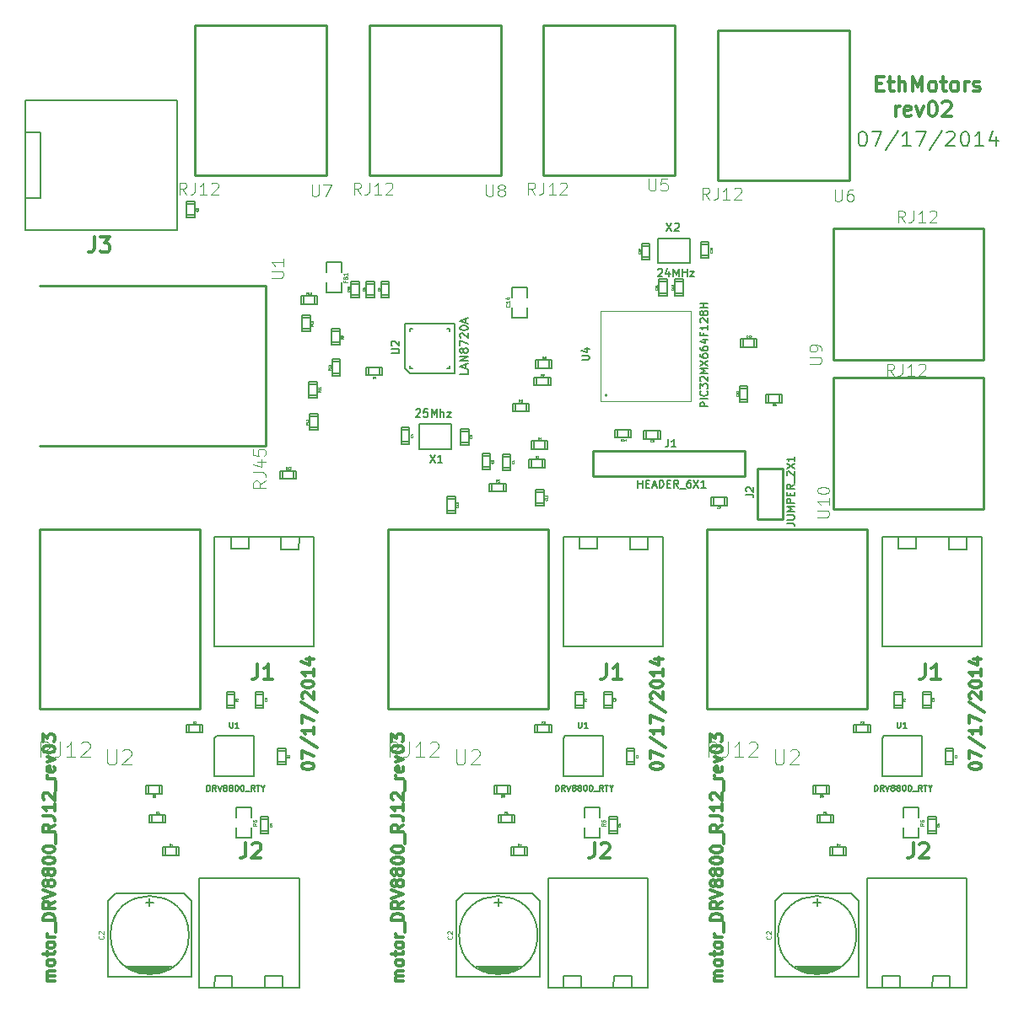
<source format=gto>
G04 (created by PCBNEW (2013-07-07 BZR 4022)-stable) date 7/17/2014 12:13:15 PM*
%MOIN*%
G04 Gerber Fmt 3.4, Leading zero omitted, Abs format*
%FSLAX34Y34*%
G01*
G70*
G90*
G04 APERTURE LIST*
%ADD10C,0.00590551*%
%ADD11C,0.011811*%
%ADD12C,0.00787402*%
%ADD13C,0.01*%
%ADD14C,0.0039*%
%ADD15C,0.005*%
%ADD16C,0.0079*%
%ADD17C,0.0059*%
%ADD18C,0.0075*%
%ADD19C,0.012*%
%ADD20C,0.0016*%
%ADD21C,0.0037*%
%ADD22C,0.0047*%
G04 APERTURE END LIST*
G54D10*
G54D11*
X68405Y-26026D02*
X68405Y-25632D01*
X68405Y-25745D02*
X68433Y-25688D01*
X68461Y-25660D01*
X68517Y-25632D01*
X68574Y-25632D01*
X68996Y-25998D02*
X68939Y-26026D01*
X68827Y-26026D01*
X68771Y-25998D01*
X68742Y-25942D01*
X68742Y-25717D01*
X68771Y-25660D01*
X68827Y-25632D01*
X68939Y-25632D01*
X68996Y-25660D01*
X69024Y-25717D01*
X69024Y-25773D01*
X68742Y-25829D01*
X69221Y-25632D02*
X69361Y-26026D01*
X69502Y-25632D01*
X69839Y-25435D02*
X69895Y-25435D01*
X69952Y-25464D01*
X69980Y-25492D01*
X70008Y-25548D01*
X70036Y-25660D01*
X70036Y-25801D01*
X70008Y-25913D01*
X69980Y-25970D01*
X69952Y-25998D01*
X69895Y-26026D01*
X69839Y-26026D01*
X69783Y-25998D01*
X69755Y-25970D01*
X69727Y-25913D01*
X69699Y-25801D01*
X69699Y-25660D01*
X69727Y-25548D01*
X69755Y-25492D01*
X69783Y-25464D01*
X69839Y-25435D01*
X70261Y-25492D02*
X70289Y-25464D01*
X70345Y-25435D01*
X70486Y-25435D01*
X70542Y-25464D01*
X70570Y-25492D01*
X70598Y-25548D01*
X70598Y-25604D01*
X70570Y-25688D01*
X70233Y-26026D01*
X70598Y-26026D01*
G54D12*
X67069Y-26616D02*
X67125Y-26616D01*
X67182Y-26645D01*
X67210Y-26673D01*
X67238Y-26729D01*
X67266Y-26841D01*
X67266Y-26982D01*
X67238Y-27095D01*
X67210Y-27151D01*
X67182Y-27179D01*
X67125Y-27207D01*
X67069Y-27207D01*
X67013Y-27179D01*
X66985Y-27151D01*
X66957Y-27095D01*
X66929Y-26982D01*
X66929Y-26841D01*
X66957Y-26729D01*
X66985Y-26673D01*
X67013Y-26645D01*
X67069Y-26616D01*
X67463Y-26616D02*
X67857Y-26616D01*
X67604Y-27207D01*
X68503Y-26588D02*
X67997Y-27348D01*
X69010Y-27207D02*
X68672Y-27207D01*
X68841Y-27207D02*
X68841Y-26616D01*
X68785Y-26701D01*
X68728Y-26757D01*
X68672Y-26785D01*
X69206Y-26616D02*
X69600Y-26616D01*
X69347Y-27207D01*
X70247Y-26588D02*
X69741Y-27348D01*
X70416Y-26673D02*
X70444Y-26645D01*
X70500Y-26616D01*
X70641Y-26616D01*
X70697Y-26645D01*
X70725Y-26673D01*
X70753Y-26729D01*
X70753Y-26785D01*
X70725Y-26870D01*
X70388Y-27207D01*
X70753Y-27207D01*
X71119Y-26616D02*
X71175Y-26616D01*
X71231Y-26645D01*
X71259Y-26673D01*
X71287Y-26729D01*
X71316Y-26841D01*
X71316Y-26982D01*
X71287Y-27095D01*
X71259Y-27151D01*
X71231Y-27179D01*
X71175Y-27207D01*
X71119Y-27207D01*
X71062Y-27179D01*
X71034Y-27151D01*
X71006Y-27095D01*
X70978Y-26982D01*
X70978Y-26841D01*
X71006Y-26729D01*
X71034Y-26673D01*
X71062Y-26645D01*
X71119Y-26616D01*
X71878Y-27207D02*
X71541Y-27207D01*
X71709Y-27207D02*
X71709Y-26616D01*
X71653Y-26701D01*
X71597Y-26757D01*
X71541Y-26785D01*
X72384Y-26813D02*
X72384Y-27207D01*
X72244Y-26588D02*
X72103Y-27010D01*
X72469Y-27010D01*
G54D11*
X67660Y-24732D02*
X67857Y-24732D01*
X67941Y-25042D02*
X67660Y-25042D01*
X67660Y-24451D01*
X67941Y-24451D01*
X68110Y-24648D02*
X68335Y-24648D01*
X68194Y-24451D02*
X68194Y-24957D01*
X68222Y-25014D01*
X68278Y-25042D01*
X68335Y-25042D01*
X68532Y-25042D02*
X68532Y-24451D01*
X68785Y-25042D02*
X68785Y-24732D01*
X68757Y-24676D01*
X68700Y-24648D01*
X68616Y-24648D01*
X68560Y-24676D01*
X68532Y-24704D01*
X69066Y-25042D02*
X69066Y-24451D01*
X69263Y-24873D01*
X69460Y-24451D01*
X69460Y-25042D01*
X69825Y-25042D02*
X69769Y-25014D01*
X69741Y-24985D01*
X69713Y-24929D01*
X69713Y-24760D01*
X69741Y-24704D01*
X69769Y-24676D01*
X69825Y-24648D01*
X69910Y-24648D01*
X69966Y-24676D01*
X69994Y-24704D01*
X70022Y-24760D01*
X70022Y-24929D01*
X69994Y-24985D01*
X69966Y-25014D01*
X69910Y-25042D01*
X69825Y-25042D01*
X70191Y-24648D02*
X70416Y-24648D01*
X70275Y-24451D02*
X70275Y-24957D01*
X70303Y-25014D01*
X70359Y-25042D01*
X70416Y-25042D01*
X70697Y-25042D02*
X70641Y-25014D01*
X70613Y-24985D01*
X70584Y-24929D01*
X70584Y-24760D01*
X70613Y-24704D01*
X70641Y-24676D01*
X70697Y-24648D01*
X70781Y-24648D01*
X70838Y-24676D01*
X70866Y-24704D01*
X70894Y-24760D01*
X70894Y-24929D01*
X70866Y-24985D01*
X70838Y-25014D01*
X70781Y-25042D01*
X70697Y-25042D01*
X71147Y-25042D02*
X71147Y-24648D01*
X71147Y-24760D02*
X71175Y-24704D01*
X71203Y-24676D01*
X71259Y-24648D01*
X71316Y-24648D01*
X71484Y-25014D02*
X71541Y-25042D01*
X71653Y-25042D01*
X71709Y-25014D01*
X71737Y-24957D01*
X71737Y-24929D01*
X71709Y-24873D01*
X71653Y-24845D01*
X71569Y-24845D01*
X71512Y-24817D01*
X71484Y-24760D01*
X71484Y-24732D01*
X71512Y-24676D01*
X71569Y-24648D01*
X71653Y-24648D01*
X71709Y-24676D01*
X44945Y-51747D02*
X44945Y-51702D01*
X44967Y-51657D01*
X44990Y-51635D01*
X45035Y-51612D01*
X45125Y-51590D01*
X45237Y-51590D01*
X45327Y-51612D01*
X45372Y-51635D01*
X45395Y-51657D01*
X45417Y-51702D01*
X45417Y-51747D01*
X45395Y-51792D01*
X45372Y-51815D01*
X45327Y-51837D01*
X45237Y-51860D01*
X45125Y-51860D01*
X45035Y-51837D01*
X44990Y-51815D01*
X44967Y-51792D01*
X44945Y-51747D01*
X44945Y-51432D02*
X44945Y-51117D01*
X45417Y-51320D01*
X44922Y-50600D02*
X45530Y-51005D01*
X45417Y-50195D02*
X45417Y-50465D01*
X45417Y-50330D02*
X44945Y-50330D01*
X45012Y-50375D01*
X45057Y-50420D01*
X45080Y-50465D01*
X44945Y-50037D02*
X44945Y-49723D01*
X45417Y-49925D01*
X44922Y-49205D02*
X45530Y-49610D01*
X44990Y-49070D02*
X44967Y-49048D01*
X44945Y-49003D01*
X44945Y-48890D01*
X44967Y-48845D01*
X44990Y-48823D01*
X45035Y-48800D01*
X45080Y-48800D01*
X45147Y-48823D01*
X45417Y-49093D01*
X45417Y-48800D01*
X44945Y-48508D02*
X44945Y-48463D01*
X44967Y-48418D01*
X44990Y-48395D01*
X45035Y-48373D01*
X45125Y-48350D01*
X45237Y-48350D01*
X45327Y-48373D01*
X45372Y-48395D01*
X45395Y-48418D01*
X45417Y-48463D01*
X45417Y-48508D01*
X45395Y-48553D01*
X45372Y-48575D01*
X45327Y-48598D01*
X45237Y-48620D01*
X45125Y-48620D01*
X45035Y-48598D01*
X44990Y-48575D01*
X44967Y-48553D01*
X44945Y-48508D01*
X45417Y-47900D02*
X45417Y-48170D01*
X45417Y-48035D02*
X44945Y-48035D01*
X45012Y-48080D01*
X45057Y-48125D01*
X45080Y-48170D01*
X45102Y-47495D02*
X45417Y-47495D01*
X44922Y-47608D02*
X45260Y-47720D01*
X45260Y-47428D01*
X35181Y-60234D02*
X34866Y-60234D01*
X34911Y-60234D02*
X34888Y-60212D01*
X34866Y-60167D01*
X34866Y-60099D01*
X34888Y-60054D01*
X34933Y-60032D01*
X35181Y-60032D01*
X34933Y-60032D02*
X34888Y-60009D01*
X34866Y-59964D01*
X34866Y-59897D01*
X34888Y-59852D01*
X34933Y-59829D01*
X35181Y-59829D01*
X35181Y-59537D02*
X35158Y-59582D01*
X35136Y-59604D01*
X35091Y-59627D01*
X34956Y-59627D01*
X34911Y-59604D01*
X34888Y-59582D01*
X34866Y-59537D01*
X34866Y-59469D01*
X34888Y-59424D01*
X34911Y-59402D01*
X34956Y-59379D01*
X35091Y-59379D01*
X35136Y-59402D01*
X35158Y-59424D01*
X35181Y-59469D01*
X35181Y-59537D01*
X34866Y-59244D02*
X34866Y-59064D01*
X34708Y-59177D02*
X35113Y-59177D01*
X35158Y-59154D01*
X35181Y-59109D01*
X35181Y-59064D01*
X35181Y-58839D02*
X35158Y-58884D01*
X35136Y-58907D01*
X35091Y-58929D01*
X34956Y-58929D01*
X34911Y-58907D01*
X34888Y-58884D01*
X34866Y-58839D01*
X34866Y-58772D01*
X34888Y-58727D01*
X34911Y-58705D01*
X34956Y-58682D01*
X35091Y-58682D01*
X35136Y-58705D01*
X35158Y-58727D01*
X35181Y-58772D01*
X35181Y-58839D01*
X35181Y-58480D02*
X34866Y-58480D01*
X34956Y-58480D02*
X34911Y-58457D01*
X34888Y-58435D01*
X34866Y-58390D01*
X34866Y-58345D01*
X35226Y-58300D02*
X35226Y-57940D01*
X35181Y-57827D02*
X34708Y-57827D01*
X34708Y-57715D01*
X34731Y-57647D01*
X34776Y-57602D01*
X34821Y-57580D01*
X34911Y-57557D01*
X34978Y-57557D01*
X35068Y-57580D01*
X35113Y-57602D01*
X35158Y-57647D01*
X35181Y-57715D01*
X35181Y-57827D01*
X35181Y-57085D02*
X34956Y-57242D01*
X35181Y-57355D02*
X34708Y-57355D01*
X34708Y-57175D01*
X34731Y-57130D01*
X34753Y-57107D01*
X34798Y-57085D01*
X34866Y-57085D01*
X34911Y-57107D01*
X34933Y-57130D01*
X34956Y-57175D01*
X34956Y-57355D01*
X34708Y-56950D02*
X35181Y-56792D01*
X34708Y-56635D01*
X34911Y-56410D02*
X34888Y-56455D01*
X34866Y-56477D01*
X34821Y-56500D01*
X34798Y-56500D01*
X34753Y-56477D01*
X34731Y-56455D01*
X34708Y-56410D01*
X34708Y-56320D01*
X34731Y-56275D01*
X34753Y-56252D01*
X34798Y-56230D01*
X34821Y-56230D01*
X34866Y-56252D01*
X34888Y-56275D01*
X34911Y-56320D01*
X34911Y-56410D01*
X34933Y-56455D01*
X34956Y-56477D01*
X35001Y-56500D01*
X35091Y-56500D01*
X35136Y-56477D01*
X35158Y-56455D01*
X35181Y-56410D01*
X35181Y-56320D01*
X35158Y-56275D01*
X35136Y-56252D01*
X35091Y-56230D01*
X35001Y-56230D01*
X34956Y-56252D01*
X34933Y-56275D01*
X34911Y-56320D01*
X34911Y-55960D02*
X34888Y-56005D01*
X34866Y-56027D01*
X34821Y-56050D01*
X34798Y-56050D01*
X34753Y-56027D01*
X34731Y-56005D01*
X34708Y-55960D01*
X34708Y-55870D01*
X34731Y-55825D01*
X34753Y-55802D01*
X34798Y-55780D01*
X34821Y-55780D01*
X34866Y-55802D01*
X34888Y-55825D01*
X34911Y-55870D01*
X34911Y-55960D01*
X34933Y-56005D01*
X34956Y-56027D01*
X35001Y-56050D01*
X35091Y-56050D01*
X35136Y-56027D01*
X35158Y-56005D01*
X35181Y-55960D01*
X35181Y-55870D01*
X35158Y-55825D01*
X35136Y-55802D01*
X35091Y-55780D01*
X35001Y-55780D01*
X34956Y-55802D01*
X34933Y-55825D01*
X34911Y-55870D01*
X34708Y-55487D02*
X34708Y-55442D01*
X34731Y-55397D01*
X34753Y-55375D01*
X34798Y-55352D01*
X34888Y-55330D01*
X35001Y-55330D01*
X35091Y-55352D01*
X35136Y-55375D01*
X35158Y-55397D01*
X35181Y-55442D01*
X35181Y-55487D01*
X35158Y-55532D01*
X35136Y-55555D01*
X35091Y-55577D01*
X35001Y-55600D01*
X34888Y-55600D01*
X34798Y-55577D01*
X34753Y-55555D01*
X34731Y-55532D01*
X34708Y-55487D01*
X34708Y-55037D02*
X34708Y-54992D01*
X34731Y-54947D01*
X34753Y-54925D01*
X34798Y-54902D01*
X34888Y-54880D01*
X35001Y-54880D01*
X35091Y-54902D01*
X35136Y-54925D01*
X35158Y-54947D01*
X35181Y-54992D01*
X35181Y-55037D01*
X35158Y-55082D01*
X35136Y-55105D01*
X35091Y-55127D01*
X35001Y-55150D01*
X34888Y-55150D01*
X34798Y-55127D01*
X34753Y-55105D01*
X34731Y-55082D01*
X34708Y-55037D01*
X35226Y-54790D02*
X35226Y-54430D01*
X35181Y-54048D02*
X34956Y-54205D01*
X35181Y-54318D02*
X34708Y-54318D01*
X34708Y-54138D01*
X34731Y-54093D01*
X34753Y-54070D01*
X34798Y-54048D01*
X34866Y-54048D01*
X34911Y-54070D01*
X34933Y-54093D01*
X34956Y-54138D01*
X34956Y-54318D01*
X34708Y-53710D02*
X35046Y-53710D01*
X35113Y-53733D01*
X35158Y-53778D01*
X35181Y-53845D01*
X35181Y-53890D01*
X35181Y-53238D02*
X35181Y-53508D01*
X35181Y-53373D02*
X34708Y-53373D01*
X34776Y-53418D01*
X34821Y-53463D01*
X34843Y-53508D01*
X34753Y-53058D02*
X34731Y-53035D01*
X34708Y-52990D01*
X34708Y-52878D01*
X34731Y-52833D01*
X34753Y-52810D01*
X34798Y-52788D01*
X34843Y-52788D01*
X34911Y-52810D01*
X35181Y-53080D01*
X35181Y-52788D01*
X35226Y-52698D02*
X35226Y-52338D01*
X35181Y-52225D02*
X34866Y-52225D01*
X34956Y-52225D02*
X34911Y-52203D01*
X34888Y-52180D01*
X34866Y-52135D01*
X34866Y-52090D01*
X35158Y-51753D02*
X35181Y-51798D01*
X35181Y-51888D01*
X35158Y-51933D01*
X35113Y-51955D01*
X34933Y-51955D01*
X34888Y-51933D01*
X34866Y-51888D01*
X34866Y-51798D01*
X34888Y-51753D01*
X34933Y-51730D01*
X34978Y-51730D01*
X35023Y-51955D01*
X34866Y-51573D02*
X35181Y-51460D01*
X34866Y-51348D01*
X34708Y-51078D02*
X34708Y-51033D01*
X34731Y-50988D01*
X34753Y-50965D01*
X34798Y-50943D01*
X34888Y-50920D01*
X35001Y-50920D01*
X35091Y-50943D01*
X35136Y-50965D01*
X35158Y-50988D01*
X35181Y-51033D01*
X35181Y-51078D01*
X35158Y-51123D01*
X35136Y-51145D01*
X35091Y-51168D01*
X35001Y-51190D01*
X34888Y-51190D01*
X34798Y-51168D01*
X34753Y-51145D01*
X34731Y-51123D01*
X34708Y-51078D01*
X34708Y-50763D02*
X34708Y-50471D01*
X34888Y-50628D01*
X34888Y-50561D01*
X34911Y-50516D01*
X34933Y-50493D01*
X34978Y-50471D01*
X35091Y-50471D01*
X35136Y-50493D01*
X35158Y-50516D01*
X35181Y-50561D01*
X35181Y-50696D01*
X35158Y-50741D01*
X35136Y-50763D01*
X58724Y-51747D02*
X58724Y-51702D01*
X58747Y-51657D01*
X58769Y-51635D01*
X58814Y-51612D01*
X58904Y-51590D01*
X59017Y-51590D01*
X59107Y-51612D01*
X59152Y-51635D01*
X59174Y-51657D01*
X59197Y-51702D01*
X59197Y-51747D01*
X59174Y-51792D01*
X59152Y-51815D01*
X59107Y-51837D01*
X59017Y-51860D01*
X58904Y-51860D01*
X58814Y-51837D01*
X58769Y-51815D01*
X58747Y-51792D01*
X58724Y-51747D01*
X58724Y-51432D02*
X58724Y-51117D01*
X59197Y-51320D01*
X58702Y-50600D02*
X59309Y-51005D01*
X59197Y-50195D02*
X59197Y-50465D01*
X59197Y-50330D02*
X58724Y-50330D01*
X58792Y-50375D01*
X58837Y-50420D01*
X58859Y-50465D01*
X58724Y-50037D02*
X58724Y-49723D01*
X59197Y-49925D01*
X58702Y-49205D02*
X59309Y-49610D01*
X58769Y-49070D02*
X58747Y-49048D01*
X58724Y-49003D01*
X58724Y-48890D01*
X58747Y-48845D01*
X58769Y-48823D01*
X58814Y-48800D01*
X58859Y-48800D01*
X58927Y-48823D01*
X59197Y-49093D01*
X59197Y-48800D01*
X58724Y-48508D02*
X58724Y-48463D01*
X58747Y-48418D01*
X58769Y-48395D01*
X58814Y-48373D01*
X58904Y-48350D01*
X59017Y-48350D01*
X59107Y-48373D01*
X59152Y-48395D01*
X59174Y-48418D01*
X59197Y-48463D01*
X59197Y-48508D01*
X59174Y-48553D01*
X59152Y-48575D01*
X59107Y-48598D01*
X59017Y-48620D01*
X58904Y-48620D01*
X58814Y-48598D01*
X58769Y-48575D01*
X58747Y-48553D01*
X58724Y-48508D01*
X59197Y-47900D02*
X59197Y-48170D01*
X59197Y-48035D02*
X58724Y-48035D01*
X58792Y-48080D01*
X58837Y-48125D01*
X58859Y-48170D01*
X58882Y-47495D02*
X59197Y-47495D01*
X58702Y-47608D02*
X59039Y-47720D01*
X59039Y-47428D01*
X48960Y-60234D02*
X48645Y-60234D01*
X48690Y-60234D02*
X48668Y-60212D01*
X48645Y-60167D01*
X48645Y-60099D01*
X48668Y-60054D01*
X48713Y-60032D01*
X48960Y-60032D01*
X48713Y-60032D02*
X48668Y-60009D01*
X48645Y-59964D01*
X48645Y-59897D01*
X48668Y-59852D01*
X48713Y-59829D01*
X48960Y-59829D01*
X48960Y-59537D02*
X48938Y-59582D01*
X48915Y-59604D01*
X48870Y-59627D01*
X48735Y-59627D01*
X48690Y-59604D01*
X48668Y-59582D01*
X48645Y-59537D01*
X48645Y-59469D01*
X48668Y-59424D01*
X48690Y-59402D01*
X48735Y-59379D01*
X48870Y-59379D01*
X48915Y-59402D01*
X48938Y-59424D01*
X48960Y-59469D01*
X48960Y-59537D01*
X48645Y-59244D02*
X48645Y-59064D01*
X48488Y-59177D02*
X48893Y-59177D01*
X48938Y-59154D01*
X48960Y-59109D01*
X48960Y-59064D01*
X48960Y-58839D02*
X48938Y-58884D01*
X48915Y-58907D01*
X48870Y-58929D01*
X48735Y-58929D01*
X48690Y-58907D01*
X48668Y-58884D01*
X48645Y-58839D01*
X48645Y-58772D01*
X48668Y-58727D01*
X48690Y-58705D01*
X48735Y-58682D01*
X48870Y-58682D01*
X48915Y-58705D01*
X48938Y-58727D01*
X48960Y-58772D01*
X48960Y-58839D01*
X48960Y-58480D02*
X48645Y-58480D01*
X48735Y-58480D02*
X48690Y-58457D01*
X48668Y-58435D01*
X48645Y-58390D01*
X48645Y-58345D01*
X49005Y-58300D02*
X49005Y-57940D01*
X48960Y-57827D02*
X48488Y-57827D01*
X48488Y-57715D01*
X48510Y-57647D01*
X48555Y-57602D01*
X48600Y-57580D01*
X48690Y-57557D01*
X48758Y-57557D01*
X48848Y-57580D01*
X48893Y-57602D01*
X48938Y-57647D01*
X48960Y-57715D01*
X48960Y-57827D01*
X48960Y-57085D02*
X48735Y-57242D01*
X48960Y-57355D02*
X48488Y-57355D01*
X48488Y-57175D01*
X48510Y-57130D01*
X48533Y-57107D01*
X48578Y-57085D01*
X48645Y-57085D01*
X48690Y-57107D01*
X48713Y-57130D01*
X48735Y-57175D01*
X48735Y-57355D01*
X48488Y-56950D02*
X48960Y-56792D01*
X48488Y-56635D01*
X48690Y-56410D02*
X48668Y-56455D01*
X48645Y-56477D01*
X48600Y-56500D01*
X48578Y-56500D01*
X48533Y-56477D01*
X48510Y-56455D01*
X48488Y-56410D01*
X48488Y-56320D01*
X48510Y-56275D01*
X48533Y-56252D01*
X48578Y-56230D01*
X48600Y-56230D01*
X48645Y-56252D01*
X48668Y-56275D01*
X48690Y-56320D01*
X48690Y-56410D01*
X48713Y-56455D01*
X48735Y-56477D01*
X48780Y-56500D01*
X48870Y-56500D01*
X48915Y-56477D01*
X48938Y-56455D01*
X48960Y-56410D01*
X48960Y-56320D01*
X48938Y-56275D01*
X48915Y-56252D01*
X48870Y-56230D01*
X48780Y-56230D01*
X48735Y-56252D01*
X48713Y-56275D01*
X48690Y-56320D01*
X48690Y-55960D02*
X48668Y-56005D01*
X48645Y-56027D01*
X48600Y-56050D01*
X48578Y-56050D01*
X48533Y-56027D01*
X48510Y-56005D01*
X48488Y-55960D01*
X48488Y-55870D01*
X48510Y-55825D01*
X48533Y-55802D01*
X48578Y-55780D01*
X48600Y-55780D01*
X48645Y-55802D01*
X48668Y-55825D01*
X48690Y-55870D01*
X48690Y-55960D01*
X48713Y-56005D01*
X48735Y-56027D01*
X48780Y-56050D01*
X48870Y-56050D01*
X48915Y-56027D01*
X48938Y-56005D01*
X48960Y-55960D01*
X48960Y-55870D01*
X48938Y-55825D01*
X48915Y-55802D01*
X48870Y-55780D01*
X48780Y-55780D01*
X48735Y-55802D01*
X48713Y-55825D01*
X48690Y-55870D01*
X48488Y-55487D02*
X48488Y-55442D01*
X48510Y-55397D01*
X48533Y-55375D01*
X48578Y-55352D01*
X48668Y-55330D01*
X48780Y-55330D01*
X48870Y-55352D01*
X48915Y-55375D01*
X48938Y-55397D01*
X48960Y-55442D01*
X48960Y-55487D01*
X48938Y-55532D01*
X48915Y-55555D01*
X48870Y-55577D01*
X48780Y-55600D01*
X48668Y-55600D01*
X48578Y-55577D01*
X48533Y-55555D01*
X48510Y-55532D01*
X48488Y-55487D01*
X48488Y-55037D02*
X48488Y-54992D01*
X48510Y-54947D01*
X48533Y-54925D01*
X48578Y-54902D01*
X48668Y-54880D01*
X48780Y-54880D01*
X48870Y-54902D01*
X48915Y-54925D01*
X48938Y-54947D01*
X48960Y-54992D01*
X48960Y-55037D01*
X48938Y-55082D01*
X48915Y-55105D01*
X48870Y-55127D01*
X48780Y-55150D01*
X48668Y-55150D01*
X48578Y-55127D01*
X48533Y-55105D01*
X48510Y-55082D01*
X48488Y-55037D01*
X49005Y-54790D02*
X49005Y-54430D01*
X48960Y-54048D02*
X48735Y-54205D01*
X48960Y-54318D02*
X48488Y-54318D01*
X48488Y-54138D01*
X48510Y-54093D01*
X48533Y-54070D01*
X48578Y-54048D01*
X48645Y-54048D01*
X48690Y-54070D01*
X48713Y-54093D01*
X48735Y-54138D01*
X48735Y-54318D01*
X48488Y-53710D02*
X48825Y-53710D01*
X48893Y-53733D01*
X48938Y-53778D01*
X48960Y-53845D01*
X48960Y-53890D01*
X48960Y-53238D02*
X48960Y-53508D01*
X48960Y-53373D02*
X48488Y-53373D01*
X48555Y-53418D01*
X48600Y-53463D01*
X48623Y-53508D01*
X48533Y-53058D02*
X48510Y-53035D01*
X48488Y-52990D01*
X48488Y-52878D01*
X48510Y-52833D01*
X48533Y-52810D01*
X48578Y-52788D01*
X48623Y-52788D01*
X48690Y-52810D01*
X48960Y-53080D01*
X48960Y-52788D01*
X49005Y-52698D02*
X49005Y-52338D01*
X48960Y-52225D02*
X48645Y-52225D01*
X48735Y-52225D02*
X48690Y-52203D01*
X48668Y-52180D01*
X48645Y-52135D01*
X48645Y-52090D01*
X48938Y-51753D02*
X48960Y-51798D01*
X48960Y-51888D01*
X48938Y-51933D01*
X48893Y-51955D01*
X48713Y-51955D01*
X48668Y-51933D01*
X48645Y-51888D01*
X48645Y-51798D01*
X48668Y-51753D01*
X48713Y-51730D01*
X48758Y-51730D01*
X48803Y-51955D01*
X48645Y-51573D02*
X48960Y-51460D01*
X48645Y-51348D01*
X48488Y-51078D02*
X48488Y-51033D01*
X48510Y-50988D01*
X48533Y-50965D01*
X48578Y-50943D01*
X48668Y-50920D01*
X48780Y-50920D01*
X48870Y-50943D01*
X48915Y-50965D01*
X48938Y-50988D01*
X48960Y-51033D01*
X48960Y-51078D01*
X48938Y-51123D01*
X48915Y-51145D01*
X48870Y-51168D01*
X48780Y-51190D01*
X48668Y-51190D01*
X48578Y-51168D01*
X48533Y-51145D01*
X48510Y-51123D01*
X48488Y-51078D01*
X48488Y-50763D02*
X48488Y-50471D01*
X48668Y-50628D01*
X48668Y-50561D01*
X48690Y-50516D01*
X48713Y-50493D01*
X48758Y-50471D01*
X48870Y-50471D01*
X48915Y-50493D01*
X48938Y-50516D01*
X48960Y-50561D01*
X48960Y-50696D01*
X48938Y-50741D01*
X48915Y-50763D01*
X71323Y-51747D02*
X71323Y-51702D01*
X71345Y-51657D01*
X71368Y-51635D01*
X71413Y-51612D01*
X71503Y-51590D01*
X71615Y-51590D01*
X71705Y-51612D01*
X71750Y-51635D01*
X71773Y-51657D01*
X71795Y-51702D01*
X71795Y-51747D01*
X71773Y-51792D01*
X71750Y-51815D01*
X71705Y-51837D01*
X71615Y-51860D01*
X71503Y-51860D01*
X71413Y-51837D01*
X71368Y-51815D01*
X71345Y-51792D01*
X71323Y-51747D01*
X71323Y-51432D02*
X71323Y-51117D01*
X71795Y-51320D01*
X71300Y-50600D02*
X71908Y-51005D01*
X71795Y-50195D02*
X71795Y-50465D01*
X71795Y-50330D02*
X71323Y-50330D01*
X71390Y-50375D01*
X71435Y-50420D01*
X71458Y-50465D01*
X71323Y-50037D02*
X71323Y-49723D01*
X71795Y-49925D01*
X71300Y-49205D02*
X71908Y-49610D01*
X71368Y-49070D02*
X71345Y-49048D01*
X71323Y-49003D01*
X71323Y-48890D01*
X71345Y-48845D01*
X71368Y-48823D01*
X71413Y-48800D01*
X71458Y-48800D01*
X71525Y-48823D01*
X71795Y-49093D01*
X71795Y-48800D01*
X71323Y-48508D02*
X71323Y-48463D01*
X71345Y-48418D01*
X71368Y-48395D01*
X71413Y-48373D01*
X71503Y-48350D01*
X71615Y-48350D01*
X71705Y-48373D01*
X71750Y-48395D01*
X71773Y-48418D01*
X71795Y-48463D01*
X71795Y-48508D01*
X71773Y-48553D01*
X71750Y-48575D01*
X71705Y-48598D01*
X71615Y-48620D01*
X71503Y-48620D01*
X71413Y-48598D01*
X71368Y-48575D01*
X71345Y-48553D01*
X71323Y-48508D01*
X71795Y-47900D02*
X71795Y-48170D01*
X71795Y-48035D02*
X71323Y-48035D01*
X71390Y-48080D01*
X71435Y-48125D01*
X71458Y-48170D01*
X71480Y-47495D02*
X71795Y-47495D01*
X71300Y-47608D02*
X71638Y-47720D01*
X71638Y-47428D01*
X61559Y-60234D02*
X61244Y-60234D01*
X61289Y-60234D02*
X61266Y-60212D01*
X61244Y-60167D01*
X61244Y-60099D01*
X61266Y-60054D01*
X61311Y-60032D01*
X61559Y-60032D01*
X61311Y-60032D02*
X61266Y-60009D01*
X61244Y-59964D01*
X61244Y-59897D01*
X61266Y-59852D01*
X61311Y-59829D01*
X61559Y-59829D01*
X61559Y-59537D02*
X61536Y-59582D01*
X61514Y-59604D01*
X61469Y-59627D01*
X61334Y-59627D01*
X61289Y-59604D01*
X61266Y-59582D01*
X61244Y-59537D01*
X61244Y-59469D01*
X61266Y-59424D01*
X61289Y-59402D01*
X61334Y-59379D01*
X61469Y-59379D01*
X61514Y-59402D01*
X61536Y-59424D01*
X61559Y-59469D01*
X61559Y-59537D01*
X61244Y-59244D02*
X61244Y-59064D01*
X61086Y-59177D02*
X61491Y-59177D01*
X61536Y-59154D01*
X61559Y-59109D01*
X61559Y-59064D01*
X61559Y-58839D02*
X61536Y-58884D01*
X61514Y-58907D01*
X61469Y-58929D01*
X61334Y-58929D01*
X61289Y-58907D01*
X61266Y-58884D01*
X61244Y-58839D01*
X61244Y-58772D01*
X61266Y-58727D01*
X61289Y-58705D01*
X61334Y-58682D01*
X61469Y-58682D01*
X61514Y-58705D01*
X61536Y-58727D01*
X61559Y-58772D01*
X61559Y-58839D01*
X61559Y-58480D02*
X61244Y-58480D01*
X61334Y-58480D02*
X61289Y-58457D01*
X61266Y-58435D01*
X61244Y-58390D01*
X61244Y-58345D01*
X61604Y-58300D02*
X61604Y-57940D01*
X61559Y-57827D02*
X61086Y-57827D01*
X61086Y-57715D01*
X61109Y-57647D01*
X61154Y-57602D01*
X61199Y-57580D01*
X61289Y-57557D01*
X61356Y-57557D01*
X61446Y-57580D01*
X61491Y-57602D01*
X61536Y-57647D01*
X61559Y-57715D01*
X61559Y-57827D01*
X61559Y-57085D02*
X61334Y-57242D01*
X61559Y-57355D02*
X61086Y-57355D01*
X61086Y-57175D01*
X61109Y-57130D01*
X61131Y-57107D01*
X61176Y-57085D01*
X61244Y-57085D01*
X61289Y-57107D01*
X61311Y-57130D01*
X61334Y-57175D01*
X61334Y-57355D01*
X61086Y-56950D02*
X61559Y-56792D01*
X61086Y-56635D01*
X61289Y-56410D02*
X61266Y-56455D01*
X61244Y-56477D01*
X61199Y-56500D01*
X61176Y-56500D01*
X61131Y-56477D01*
X61109Y-56455D01*
X61086Y-56410D01*
X61086Y-56320D01*
X61109Y-56275D01*
X61131Y-56252D01*
X61176Y-56230D01*
X61199Y-56230D01*
X61244Y-56252D01*
X61266Y-56275D01*
X61289Y-56320D01*
X61289Y-56410D01*
X61311Y-56455D01*
X61334Y-56477D01*
X61379Y-56500D01*
X61469Y-56500D01*
X61514Y-56477D01*
X61536Y-56455D01*
X61559Y-56410D01*
X61559Y-56320D01*
X61536Y-56275D01*
X61514Y-56252D01*
X61469Y-56230D01*
X61379Y-56230D01*
X61334Y-56252D01*
X61311Y-56275D01*
X61289Y-56320D01*
X61289Y-55960D02*
X61266Y-56005D01*
X61244Y-56027D01*
X61199Y-56050D01*
X61176Y-56050D01*
X61131Y-56027D01*
X61109Y-56005D01*
X61086Y-55960D01*
X61086Y-55870D01*
X61109Y-55825D01*
X61131Y-55802D01*
X61176Y-55780D01*
X61199Y-55780D01*
X61244Y-55802D01*
X61266Y-55825D01*
X61289Y-55870D01*
X61289Y-55960D01*
X61311Y-56005D01*
X61334Y-56027D01*
X61379Y-56050D01*
X61469Y-56050D01*
X61514Y-56027D01*
X61536Y-56005D01*
X61559Y-55960D01*
X61559Y-55870D01*
X61536Y-55825D01*
X61514Y-55802D01*
X61469Y-55780D01*
X61379Y-55780D01*
X61334Y-55802D01*
X61311Y-55825D01*
X61289Y-55870D01*
X61086Y-55487D02*
X61086Y-55442D01*
X61109Y-55397D01*
X61131Y-55375D01*
X61176Y-55352D01*
X61266Y-55330D01*
X61379Y-55330D01*
X61469Y-55352D01*
X61514Y-55375D01*
X61536Y-55397D01*
X61559Y-55442D01*
X61559Y-55487D01*
X61536Y-55532D01*
X61514Y-55555D01*
X61469Y-55577D01*
X61379Y-55600D01*
X61266Y-55600D01*
X61176Y-55577D01*
X61131Y-55555D01*
X61109Y-55532D01*
X61086Y-55487D01*
X61086Y-55037D02*
X61086Y-54992D01*
X61109Y-54947D01*
X61131Y-54925D01*
X61176Y-54902D01*
X61266Y-54880D01*
X61379Y-54880D01*
X61469Y-54902D01*
X61514Y-54925D01*
X61536Y-54947D01*
X61559Y-54992D01*
X61559Y-55037D01*
X61536Y-55082D01*
X61514Y-55105D01*
X61469Y-55127D01*
X61379Y-55150D01*
X61266Y-55150D01*
X61176Y-55127D01*
X61131Y-55105D01*
X61109Y-55082D01*
X61086Y-55037D01*
X61604Y-54790D02*
X61604Y-54430D01*
X61559Y-54048D02*
X61334Y-54205D01*
X61559Y-54318D02*
X61086Y-54318D01*
X61086Y-54138D01*
X61109Y-54093D01*
X61131Y-54070D01*
X61176Y-54048D01*
X61244Y-54048D01*
X61289Y-54070D01*
X61311Y-54093D01*
X61334Y-54138D01*
X61334Y-54318D01*
X61086Y-53710D02*
X61424Y-53710D01*
X61491Y-53733D01*
X61536Y-53778D01*
X61559Y-53845D01*
X61559Y-53890D01*
X61559Y-53238D02*
X61559Y-53508D01*
X61559Y-53373D02*
X61086Y-53373D01*
X61154Y-53418D01*
X61199Y-53463D01*
X61221Y-53508D01*
X61131Y-53058D02*
X61109Y-53035D01*
X61086Y-52990D01*
X61086Y-52878D01*
X61109Y-52833D01*
X61131Y-52810D01*
X61176Y-52788D01*
X61221Y-52788D01*
X61289Y-52810D01*
X61559Y-53080D01*
X61559Y-52788D01*
X61604Y-52698D02*
X61604Y-52338D01*
X61559Y-52225D02*
X61244Y-52225D01*
X61334Y-52225D02*
X61289Y-52203D01*
X61266Y-52180D01*
X61244Y-52135D01*
X61244Y-52090D01*
X61536Y-51753D02*
X61559Y-51798D01*
X61559Y-51888D01*
X61536Y-51933D01*
X61491Y-51955D01*
X61311Y-51955D01*
X61266Y-51933D01*
X61244Y-51888D01*
X61244Y-51798D01*
X61266Y-51753D01*
X61311Y-51730D01*
X61356Y-51730D01*
X61401Y-51955D01*
X61244Y-51573D02*
X61559Y-51460D01*
X61244Y-51348D01*
X61086Y-51078D02*
X61086Y-51033D01*
X61109Y-50988D01*
X61131Y-50965D01*
X61176Y-50943D01*
X61266Y-50920D01*
X61379Y-50920D01*
X61469Y-50943D01*
X61514Y-50965D01*
X61536Y-50988D01*
X61559Y-51033D01*
X61559Y-51078D01*
X61536Y-51123D01*
X61514Y-51145D01*
X61469Y-51168D01*
X61379Y-51190D01*
X61266Y-51190D01*
X61176Y-51168D01*
X61131Y-51145D01*
X61109Y-51123D01*
X61086Y-51078D01*
X61086Y-50763D02*
X61086Y-50471D01*
X61266Y-50628D01*
X61266Y-50561D01*
X61289Y-50516D01*
X61311Y-50493D01*
X61356Y-50471D01*
X61469Y-50471D01*
X61514Y-50493D01*
X61536Y-50516D01*
X61559Y-50561D01*
X61559Y-50696D01*
X61536Y-50741D01*
X61514Y-50763D01*
G54D13*
X43523Y-32720D02*
X43523Y-39059D01*
X43523Y-39059D02*
X34586Y-39059D01*
X34586Y-32720D02*
X43523Y-32720D01*
G54D14*
X56755Y-37279D02*
X56755Y-33736D01*
X56755Y-33736D02*
X60299Y-33736D01*
X60299Y-33736D02*
X60299Y-37279D01*
X60299Y-37279D02*
X56755Y-37279D01*
X57011Y-37061D02*
G75*
G03X57011Y-37061I-53J0D01*
G74*
G01*
G54D13*
X62448Y-39263D02*
X56448Y-39263D01*
X62448Y-39263D02*
X62448Y-40263D01*
X62454Y-40269D02*
X56442Y-40269D01*
X56442Y-40269D02*
X56442Y-39261D01*
G54D15*
X34015Y-29251D02*
X34625Y-29251D01*
X34625Y-29251D02*
X34625Y-26653D01*
X34625Y-26653D02*
X34025Y-26653D01*
G54D16*
X39999Y-30512D02*
X34015Y-30512D01*
X34015Y-30512D02*
X34015Y-25392D01*
X34015Y-25392D02*
X39999Y-25392D01*
X39999Y-25392D02*
X39999Y-30512D01*
G54D15*
X50686Y-41617D02*
X51006Y-41617D01*
X50996Y-41177D02*
X50686Y-41177D01*
X51006Y-41077D02*
X51006Y-41717D01*
X51006Y-41717D02*
X50686Y-41717D01*
X50686Y-41717D02*
X50686Y-41077D01*
X50686Y-41077D02*
X51006Y-41077D01*
X47207Y-32654D02*
X46887Y-32654D01*
X46897Y-33094D02*
X47207Y-33094D01*
X46887Y-33194D02*
X46887Y-32554D01*
X46887Y-32554D02*
X47207Y-32554D01*
X47207Y-32554D02*
X47207Y-33194D01*
X47207Y-33194D02*
X46887Y-33194D01*
X52064Y-39905D02*
X52384Y-39905D01*
X52374Y-39465D02*
X52064Y-39465D01*
X52384Y-39365D02*
X52384Y-40005D01*
X52384Y-40005D02*
X52064Y-40005D01*
X52064Y-40005D02*
X52064Y-39365D01*
X52064Y-39365D02*
X52384Y-39365D01*
G54D17*
X49023Y-35992D02*
X49023Y-34228D01*
X49219Y-36188D02*
X50983Y-36188D01*
X49219Y-36188D02*
X49023Y-35992D01*
G54D16*
X49317Y-35992D02*
X49219Y-35992D01*
X49219Y-35992D02*
X49219Y-35894D01*
X50787Y-35894D02*
X50787Y-35992D01*
X50787Y-35992D02*
X50689Y-35992D01*
X50689Y-34424D02*
X50787Y-34424D01*
X50787Y-34424D02*
X50787Y-34522D01*
X49219Y-34522D02*
X49219Y-34424D01*
X49219Y-34424D02*
X49317Y-34424D01*
G54D17*
X50983Y-34228D02*
X50983Y-36188D01*
X49023Y-34228D02*
X50983Y-34228D01*
G54D15*
X47567Y-35954D02*
X47567Y-36274D01*
X48007Y-36264D02*
X48007Y-35954D01*
X48107Y-36274D02*
X47467Y-36274D01*
X47467Y-36274D02*
X47467Y-35954D01*
X47467Y-35954D02*
X48107Y-35954D01*
X48107Y-35954D02*
X48107Y-36274D01*
X45920Y-32201D02*
X45920Y-31801D01*
X45920Y-31801D02*
X46520Y-31801D01*
X46520Y-31801D02*
X46520Y-32201D01*
X46520Y-32601D02*
X46520Y-33001D01*
X46520Y-33001D02*
X45920Y-33001D01*
X45920Y-33001D02*
X45920Y-32601D01*
X52871Y-39924D02*
X53191Y-39924D01*
X53181Y-39484D02*
X52871Y-39484D01*
X53191Y-39384D02*
X53191Y-40024D01*
X53191Y-40024D02*
X52871Y-40024D01*
X52871Y-40024D02*
X52871Y-39384D01*
X52871Y-39384D02*
X53191Y-39384D01*
X51217Y-38920D02*
X51537Y-38920D01*
X51527Y-38480D02*
X51217Y-38480D01*
X51537Y-38380D02*
X51537Y-39020D01*
X51537Y-39020D02*
X51217Y-39020D01*
X51217Y-39020D02*
X51217Y-38380D01*
X51217Y-38380D02*
X51537Y-38380D01*
X48875Y-38881D02*
X49195Y-38881D01*
X49185Y-38441D02*
X48875Y-38441D01*
X49195Y-38341D02*
X49195Y-38981D01*
X49195Y-38981D02*
X48875Y-38981D01*
X48875Y-38981D02*
X48875Y-38341D01*
X48875Y-38341D02*
X49195Y-38341D01*
X48388Y-32654D02*
X48068Y-32654D01*
X48078Y-33094D02*
X48388Y-33094D01*
X48068Y-33194D02*
X48068Y-32554D01*
X48068Y-32554D02*
X48388Y-32554D01*
X48388Y-32554D02*
X48388Y-33194D01*
X48388Y-33194D02*
X48068Y-33194D01*
X47797Y-32654D02*
X47477Y-32654D01*
X47487Y-33094D02*
X47797Y-33094D01*
X47477Y-33194D02*
X47477Y-32554D01*
X47477Y-32554D02*
X47797Y-32554D01*
X47797Y-32554D02*
X47797Y-33194D01*
X47797Y-33194D02*
X47477Y-33194D01*
X62561Y-36787D02*
X62241Y-36787D01*
X62251Y-37227D02*
X62561Y-37227D01*
X62241Y-37327D02*
X62241Y-36687D01*
X62241Y-36687D02*
X62561Y-36687D01*
X62561Y-36687D02*
X62561Y-37327D01*
X62561Y-37327D02*
X62241Y-37327D01*
X54190Y-41342D02*
X54510Y-41342D01*
X54500Y-40902D02*
X54190Y-40902D01*
X54510Y-40802D02*
X54510Y-41442D01*
X54510Y-41442D02*
X54190Y-41442D01*
X54190Y-41442D02*
X54190Y-40802D01*
X54190Y-40802D02*
X54510Y-40802D01*
X62818Y-35160D02*
X62818Y-34840D01*
X62378Y-34850D02*
X62378Y-35160D01*
X62278Y-34840D02*
X62918Y-34840D01*
X62918Y-34840D02*
X62918Y-35160D01*
X62918Y-35160D02*
X62278Y-35160D01*
X62278Y-35160D02*
X62278Y-34840D01*
X60002Y-32575D02*
X59682Y-32575D01*
X59692Y-33015D02*
X60002Y-33015D01*
X59682Y-33115D02*
X59682Y-32475D01*
X59682Y-32475D02*
X60002Y-32475D01*
X60002Y-32475D02*
X60002Y-33115D01*
X60002Y-33115D02*
X59682Y-33115D01*
X58693Y-31157D02*
X58373Y-31157D01*
X58383Y-31597D02*
X58693Y-31597D01*
X58373Y-31697D02*
X58373Y-31057D01*
X58373Y-31057D02*
X58693Y-31057D01*
X58693Y-31057D02*
X58693Y-31697D01*
X58693Y-31697D02*
X58373Y-31697D01*
X60706Y-31538D02*
X61026Y-31538D01*
X61016Y-31098D02*
X60706Y-31098D01*
X61026Y-30998D02*
X61026Y-31638D01*
X61026Y-31638D02*
X60706Y-31638D01*
X60706Y-31638D02*
X60706Y-30998D01*
X60706Y-30998D02*
X61026Y-30998D01*
X59372Y-32575D02*
X59052Y-32575D01*
X59062Y-33015D02*
X59372Y-33015D01*
X59052Y-33115D02*
X59052Y-32475D01*
X59052Y-32475D02*
X59372Y-32475D01*
X59372Y-32475D02*
X59372Y-33115D01*
X59372Y-33115D02*
X59052Y-33115D01*
X54550Y-39195D02*
X54550Y-38875D01*
X54110Y-38885D02*
X54110Y-39195D01*
X54010Y-38875D02*
X54650Y-38875D01*
X54650Y-38875D02*
X54650Y-39195D01*
X54650Y-39195D02*
X54010Y-39195D01*
X54010Y-39195D02*
X54010Y-38875D01*
X54452Y-39923D02*
X54452Y-39603D01*
X54012Y-39613D02*
X54012Y-39923D01*
X53912Y-39603D02*
X54552Y-39603D01*
X54552Y-39603D02*
X54552Y-39923D01*
X54552Y-39923D02*
X53912Y-39923D01*
X53912Y-39923D02*
X53912Y-39603D01*
X52897Y-40868D02*
X52897Y-40548D01*
X52457Y-40558D02*
X52457Y-40868D01*
X52357Y-40548D02*
X52997Y-40548D01*
X52997Y-40548D02*
X52997Y-40868D01*
X52997Y-40868D02*
X52357Y-40868D01*
X52357Y-40868D02*
X52357Y-40548D01*
X54727Y-35986D02*
X54727Y-35666D01*
X54287Y-35676D02*
X54287Y-35986D01*
X54187Y-35666D02*
X54827Y-35666D01*
X54827Y-35666D02*
X54827Y-35986D01*
X54827Y-35986D02*
X54187Y-35986D01*
X54187Y-35986D02*
X54187Y-35666D01*
X54668Y-36675D02*
X54668Y-36355D01*
X54228Y-36365D02*
X54228Y-36675D01*
X54128Y-36355D02*
X54768Y-36355D01*
X54768Y-36355D02*
X54768Y-36675D01*
X54768Y-36675D02*
X54128Y-36675D01*
X54128Y-36675D02*
X54128Y-36355D01*
X53802Y-37699D02*
X53802Y-37379D01*
X53362Y-37389D02*
X53362Y-37699D01*
X53262Y-37379D02*
X53902Y-37379D01*
X53902Y-37379D02*
X53902Y-37699D01*
X53902Y-37699D02*
X53262Y-37699D01*
X53262Y-37699D02*
X53262Y-37379D01*
X46123Y-34975D02*
X46443Y-34975D01*
X46433Y-34535D02*
X46123Y-34535D01*
X46443Y-34435D02*
X46443Y-35075D01*
X46443Y-35075D02*
X46123Y-35075D01*
X46123Y-35075D02*
X46123Y-34435D01*
X46123Y-34435D02*
X46443Y-34435D01*
X46451Y-35740D02*
X46131Y-35740D01*
X46141Y-36180D02*
X46451Y-36180D01*
X46131Y-36280D02*
X46131Y-35640D01*
X46131Y-35640D02*
X46451Y-35640D01*
X46451Y-35640D02*
X46451Y-36280D01*
X46451Y-36280D02*
X46131Y-36280D01*
X45225Y-37058D02*
X45545Y-37058D01*
X45535Y-36618D02*
X45225Y-36618D01*
X45545Y-36518D02*
X45545Y-37158D01*
X45545Y-37158D02*
X45225Y-37158D01*
X45225Y-37158D02*
X45225Y-36518D01*
X45225Y-36518D02*
X45545Y-36518D01*
X45565Y-37898D02*
X45245Y-37898D01*
X45255Y-38338D02*
X45565Y-38338D01*
X45245Y-38438D02*
X45245Y-37798D01*
X45245Y-37798D02*
X45565Y-37798D01*
X45565Y-37798D02*
X45565Y-38438D01*
X45565Y-38438D02*
X45245Y-38438D01*
X44617Y-40368D02*
X44617Y-40048D01*
X44177Y-40058D02*
X44177Y-40368D01*
X44077Y-40048D02*
X44717Y-40048D01*
X44717Y-40048D02*
X44717Y-40368D01*
X44717Y-40368D02*
X44077Y-40368D01*
X44077Y-40368D02*
X44077Y-40048D01*
X57417Y-38422D02*
X57417Y-38742D01*
X57857Y-38732D02*
X57857Y-38422D01*
X57957Y-38742D02*
X57317Y-38742D01*
X57317Y-38742D02*
X57317Y-38422D01*
X57317Y-38422D02*
X57957Y-38422D01*
X57957Y-38422D02*
X57957Y-38742D01*
X45440Y-33455D02*
X45440Y-33135D01*
X45000Y-33145D02*
X45000Y-33455D01*
X44900Y-33135D02*
X45540Y-33135D01*
X45540Y-33135D02*
X45540Y-33455D01*
X45540Y-33455D02*
X44900Y-33455D01*
X44900Y-33455D02*
X44900Y-33135D01*
X44946Y-34436D02*
X45266Y-34436D01*
X45256Y-33996D02*
X44946Y-33996D01*
X45266Y-33896D02*
X45266Y-34536D01*
X45266Y-34536D02*
X44946Y-34536D01*
X44946Y-34536D02*
X44946Y-33896D01*
X44946Y-33896D02*
X45266Y-33896D01*
X58559Y-38462D02*
X58559Y-38782D01*
X58999Y-38772D02*
X58999Y-38462D01*
X59099Y-38782D02*
X58459Y-38782D01*
X58459Y-38782D02*
X58459Y-38462D01*
X58459Y-38462D02*
X59099Y-38462D01*
X59099Y-38462D02*
X59099Y-38782D01*
X40391Y-29944D02*
X40711Y-29944D01*
X40701Y-29504D02*
X40391Y-29504D01*
X40711Y-29404D02*
X40711Y-30044D01*
X40711Y-30044D02*
X40391Y-30044D01*
X40391Y-30044D02*
X40391Y-29404D01*
X40391Y-29404D02*
X40711Y-29404D01*
G54D10*
X50846Y-39192D02*
X49586Y-39192D01*
X49586Y-39192D02*
X49586Y-38208D01*
X49586Y-38208D02*
X50846Y-38208D01*
X50846Y-38208D02*
X50846Y-39192D01*
X59015Y-30846D02*
X60275Y-30846D01*
X60275Y-30846D02*
X60275Y-31830D01*
X60275Y-31830D02*
X59015Y-31830D01*
X59015Y-31830D02*
X59015Y-30846D01*
G54D15*
X61197Y-41099D02*
X61197Y-41419D01*
X61637Y-41409D02*
X61637Y-41099D01*
X61737Y-41419D02*
X61097Y-41419D01*
X61097Y-41419D02*
X61097Y-41099D01*
X61097Y-41099D02*
X61737Y-41099D01*
X61737Y-41099D02*
X61737Y-41419D01*
X53843Y-33585D02*
X53843Y-33985D01*
X53843Y-33985D02*
X53243Y-33985D01*
X53243Y-33985D02*
X53243Y-33585D01*
X53243Y-33185D02*
X53243Y-32785D01*
X53243Y-32785D02*
X53843Y-32785D01*
X53843Y-32785D02*
X53843Y-33185D01*
X63382Y-37025D02*
X63382Y-37345D01*
X63822Y-37335D02*
X63822Y-37025D01*
X63922Y-37345D02*
X63282Y-37345D01*
X63282Y-37345D02*
X63282Y-37025D01*
X63282Y-37025D02*
X63922Y-37025D01*
X63922Y-37025D02*
X63922Y-37345D01*
G54D13*
X62944Y-39964D02*
X62944Y-41964D01*
X62944Y-39964D02*
X63944Y-39964D01*
X63950Y-39964D02*
X63950Y-41964D01*
X63950Y-41964D02*
X62942Y-41964D01*
X71866Y-36375D02*
X71866Y-41576D01*
X71866Y-41576D02*
X65929Y-41576D01*
X65929Y-41576D02*
X65929Y-36375D01*
X65929Y-36375D02*
X71866Y-36375D01*
X71866Y-30470D02*
X71866Y-35671D01*
X71866Y-35671D02*
X65929Y-35671D01*
X65929Y-35671D02*
X65929Y-30470D01*
X65929Y-30470D02*
X71866Y-30470D01*
X47596Y-22425D02*
X52797Y-22425D01*
X52797Y-22425D02*
X52797Y-28362D01*
X52797Y-28362D02*
X47596Y-28362D01*
X47596Y-28362D02*
X47596Y-22425D01*
X40706Y-22425D02*
X45907Y-22425D01*
X45907Y-22425D02*
X45907Y-28362D01*
X45907Y-28362D02*
X40706Y-28362D01*
X40706Y-28362D02*
X40706Y-22425D01*
X61375Y-22622D02*
X66576Y-22622D01*
X66576Y-22622D02*
X66576Y-28559D01*
X66576Y-28559D02*
X61375Y-28559D01*
X61375Y-28559D02*
X61375Y-22622D01*
X54486Y-22425D02*
X59687Y-22425D01*
X59687Y-22425D02*
X59687Y-28362D01*
X59687Y-28362D02*
X54486Y-28362D01*
X54486Y-28362D02*
X54486Y-22425D01*
G54D15*
X40918Y-50406D02*
X40918Y-50086D01*
X40478Y-50096D02*
X40478Y-50406D01*
X40378Y-50086D02*
X41018Y-50086D01*
X41018Y-50086D02*
X41018Y-50406D01*
X41018Y-50406D02*
X40378Y-50406D01*
X40378Y-50406D02*
X40378Y-50086D01*
X38872Y-52503D02*
X38872Y-52823D01*
X39312Y-52813D02*
X39312Y-52503D01*
X39412Y-52823D02*
X38772Y-52823D01*
X38772Y-52823D02*
X38772Y-52503D01*
X38772Y-52503D02*
X39412Y-52503D01*
X39412Y-52503D02*
X39412Y-52823D01*
X39981Y-55248D02*
X39981Y-54928D01*
X39541Y-54938D02*
X39541Y-55248D01*
X39441Y-54928D02*
X40081Y-54928D01*
X40081Y-54928D02*
X40081Y-55248D01*
X40081Y-55248D02*
X39441Y-55248D01*
X39441Y-55248D02*
X39441Y-54928D01*
X43993Y-51568D02*
X44313Y-51568D01*
X44303Y-51128D02*
X43993Y-51128D01*
X44313Y-51028D02*
X44313Y-51668D01*
X44313Y-51668D02*
X43993Y-51668D01*
X43993Y-51668D02*
X43993Y-51028D01*
X43993Y-51028D02*
X44313Y-51028D01*
X39458Y-53976D02*
X39458Y-53656D01*
X39018Y-53666D02*
X39018Y-53976D01*
X38918Y-53656D02*
X39558Y-53656D01*
X39558Y-53656D02*
X39558Y-53976D01*
X39558Y-53976D02*
X38918Y-53976D01*
X38918Y-53976D02*
X38918Y-53656D01*
X41965Y-49334D02*
X42285Y-49334D01*
X42275Y-48894D02*
X41965Y-48894D01*
X42285Y-48794D02*
X42285Y-49434D01*
X42285Y-49434D02*
X41965Y-49434D01*
X41965Y-49434D02*
X41965Y-48794D01*
X41965Y-48794D02*
X42285Y-48794D01*
X43107Y-49324D02*
X43427Y-49324D01*
X43417Y-48884D02*
X43107Y-48884D01*
X43427Y-48784D02*
X43427Y-49424D01*
X43427Y-49424D02*
X43107Y-49424D01*
X43107Y-49424D02*
X43107Y-48784D01*
X43107Y-48784D02*
X43427Y-48784D01*
X43304Y-54284D02*
X43624Y-54284D01*
X43614Y-53844D02*
X43304Y-53844D01*
X43624Y-53744D02*
X43624Y-54384D01*
X43624Y-54384D02*
X43304Y-54384D01*
X43304Y-54384D02*
X43304Y-53744D01*
X43304Y-53744D02*
X43624Y-53744D01*
G54D17*
X41564Y-50541D02*
X43061Y-50541D01*
X41486Y-50620D02*
X41486Y-52116D01*
X41564Y-50541D02*
X41486Y-50620D01*
X43061Y-52116D02*
X41486Y-52116D01*
X43061Y-50541D02*
X43061Y-52116D01*
G54D13*
X40915Y-49478D02*
X34576Y-49478D01*
X34576Y-49478D02*
X34576Y-42352D01*
X34576Y-42352D02*
X40915Y-42352D01*
X40915Y-42352D02*
X40915Y-49478D01*
G54D15*
X42337Y-53766D02*
X42337Y-53366D01*
X42337Y-53366D02*
X42937Y-53366D01*
X42937Y-53366D02*
X42937Y-53766D01*
X42937Y-54166D02*
X42937Y-54566D01*
X42937Y-54566D02*
X42337Y-54566D01*
X42337Y-54566D02*
X42337Y-54166D01*
G54D10*
X42135Y-43129D02*
X42135Y-42677D01*
X42834Y-43129D02*
X42135Y-43129D01*
X42844Y-42667D02*
X42834Y-43129D01*
X44832Y-42687D02*
X44822Y-43149D01*
X44822Y-43149D02*
X44124Y-43149D01*
X44124Y-43149D02*
X44124Y-42696D01*
G54D16*
X45423Y-46998D02*
X41486Y-46998D01*
X41486Y-46998D02*
X41486Y-42667D01*
X41486Y-42667D02*
X45423Y-42667D01*
X45423Y-42667D02*
X45423Y-46998D01*
G54D10*
X44183Y-60039D02*
X44183Y-60492D01*
X43484Y-60039D02*
X44183Y-60039D01*
X43474Y-60501D02*
X43484Y-60039D01*
X41486Y-60482D02*
X41496Y-60019D01*
X41496Y-60019D02*
X42194Y-60019D01*
X42194Y-60019D02*
X42194Y-60472D01*
G54D16*
X40895Y-56171D02*
X44832Y-56171D01*
X44832Y-56171D02*
X44832Y-60501D01*
X44832Y-60501D02*
X40895Y-60501D01*
X40895Y-60501D02*
X40895Y-56171D01*
G54D15*
X38527Y-59915D02*
X39327Y-59915D01*
X39477Y-59865D02*
X38377Y-59865D01*
X38277Y-59815D02*
X39577Y-59815D01*
X39677Y-59765D02*
X38177Y-59765D01*
X39727Y-59715D02*
X38127Y-59715D01*
X38027Y-59665D02*
X39827Y-59665D01*
X40477Y-58415D02*
G75*
G03X40477Y-58415I-1550J0D01*
G74*
G01*
X37277Y-60065D02*
X40577Y-60065D01*
X40577Y-60065D02*
X40577Y-57065D01*
X40577Y-57065D02*
X40277Y-56765D01*
X40277Y-56765D02*
X37577Y-56765D01*
X37577Y-56765D02*
X37277Y-57065D01*
X37277Y-57065D02*
X37277Y-60065D01*
X38927Y-56965D02*
X38927Y-57265D01*
X38777Y-57115D02*
X39077Y-57115D01*
X54698Y-50406D02*
X54698Y-50086D01*
X54258Y-50096D02*
X54258Y-50406D01*
X54158Y-50086D02*
X54798Y-50086D01*
X54798Y-50086D02*
X54798Y-50406D01*
X54798Y-50406D02*
X54158Y-50406D01*
X54158Y-50406D02*
X54158Y-50086D01*
X52652Y-52503D02*
X52652Y-52823D01*
X53092Y-52813D02*
X53092Y-52503D01*
X53192Y-52823D02*
X52552Y-52823D01*
X52552Y-52823D02*
X52552Y-52503D01*
X52552Y-52503D02*
X53192Y-52503D01*
X53192Y-52503D02*
X53192Y-52823D01*
X53761Y-55248D02*
X53761Y-54928D01*
X53321Y-54938D02*
X53321Y-55248D01*
X53221Y-54928D02*
X53861Y-54928D01*
X53861Y-54928D02*
X53861Y-55248D01*
X53861Y-55248D02*
X53221Y-55248D01*
X53221Y-55248D02*
X53221Y-54928D01*
X57773Y-51568D02*
X58093Y-51568D01*
X58083Y-51128D02*
X57773Y-51128D01*
X58093Y-51028D02*
X58093Y-51668D01*
X58093Y-51668D02*
X57773Y-51668D01*
X57773Y-51668D02*
X57773Y-51028D01*
X57773Y-51028D02*
X58093Y-51028D01*
X53237Y-53976D02*
X53237Y-53656D01*
X52797Y-53666D02*
X52797Y-53976D01*
X52697Y-53656D02*
X53337Y-53656D01*
X53337Y-53656D02*
X53337Y-53976D01*
X53337Y-53976D02*
X52697Y-53976D01*
X52697Y-53976D02*
X52697Y-53656D01*
X55745Y-49334D02*
X56065Y-49334D01*
X56055Y-48894D02*
X55745Y-48894D01*
X56065Y-48794D02*
X56065Y-49434D01*
X56065Y-49434D02*
X55745Y-49434D01*
X55745Y-49434D02*
X55745Y-48794D01*
X55745Y-48794D02*
X56065Y-48794D01*
X56887Y-49324D02*
X57207Y-49324D01*
X57197Y-48884D02*
X56887Y-48884D01*
X57207Y-48784D02*
X57207Y-49424D01*
X57207Y-49424D02*
X56887Y-49424D01*
X56887Y-49424D02*
X56887Y-48784D01*
X56887Y-48784D02*
X57207Y-48784D01*
X57084Y-54284D02*
X57404Y-54284D01*
X57394Y-53844D02*
X57084Y-53844D01*
X57404Y-53744D02*
X57404Y-54384D01*
X57404Y-54384D02*
X57084Y-54384D01*
X57084Y-54384D02*
X57084Y-53744D01*
X57084Y-53744D02*
X57404Y-53744D01*
G54D17*
X55344Y-50541D02*
X56840Y-50541D01*
X55265Y-50620D02*
X55265Y-52116D01*
X55344Y-50541D02*
X55265Y-50620D01*
X56840Y-52116D02*
X55265Y-52116D01*
X56840Y-50541D02*
X56840Y-52116D01*
G54D13*
X54694Y-49478D02*
X48356Y-49478D01*
X48356Y-49478D02*
X48356Y-42352D01*
X48356Y-42352D02*
X54694Y-42352D01*
X54694Y-42352D02*
X54694Y-49478D01*
G54D15*
X56117Y-53766D02*
X56117Y-53366D01*
X56117Y-53366D02*
X56717Y-53366D01*
X56717Y-53366D02*
X56717Y-53766D01*
X56717Y-54166D02*
X56717Y-54566D01*
X56717Y-54566D02*
X56117Y-54566D01*
X56117Y-54566D02*
X56117Y-54166D01*
G54D10*
X55915Y-43129D02*
X55915Y-42677D01*
X56614Y-43129D02*
X55915Y-43129D01*
X56624Y-42667D02*
X56614Y-43129D01*
X58612Y-42687D02*
X58602Y-43149D01*
X58602Y-43149D02*
X57903Y-43149D01*
X57903Y-43149D02*
X57903Y-42696D01*
G54D16*
X59202Y-46998D02*
X55265Y-46998D01*
X55265Y-46998D02*
X55265Y-42667D01*
X55265Y-42667D02*
X59202Y-42667D01*
X59202Y-42667D02*
X59202Y-46998D01*
G54D10*
X57962Y-60039D02*
X57962Y-60492D01*
X57263Y-60039D02*
X57962Y-60039D01*
X57253Y-60501D02*
X57263Y-60039D01*
X55265Y-60482D02*
X55275Y-60019D01*
X55275Y-60019D02*
X55974Y-60019D01*
X55974Y-60019D02*
X55974Y-60472D01*
G54D16*
X54675Y-56171D02*
X58612Y-56171D01*
X58612Y-56171D02*
X58612Y-60501D01*
X58612Y-60501D02*
X54675Y-60501D01*
X54675Y-60501D02*
X54675Y-56171D01*
G54D15*
X52306Y-59915D02*
X53106Y-59915D01*
X53256Y-59865D02*
X52156Y-59865D01*
X52056Y-59815D02*
X53356Y-59815D01*
X53456Y-59765D02*
X51956Y-59765D01*
X53506Y-59715D02*
X51906Y-59715D01*
X51806Y-59665D02*
X53606Y-59665D01*
X54256Y-58415D02*
G75*
G03X54256Y-58415I-1550J0D01*
G74*
G01*
X51056Y-60065D02*
X54356Y-60065D01*
X54356Y-60065D02*
X54356Y-57065D01*
X54356Y-57065D02*
X54056Y-56765D01*
X54056Y-56765D02*
X51356Y-56765D01*
X51356Y-56765D02*
X51056Y-57065D01*
X51056Y-57065D02*
X51056Y-60065D01*
X52706Y-56965D02*
X52706Y-57265D01*
X52556Y-57115D02*
X52856Y-57115D01*
X67296Y-50406D02*
X67296Y-50086D01*
X66856Y-50096D02*
X66856Y-50406D01*
X66756Y-50086D02*
X67396Y-50086D01*
X67396Y-50086D02*
X67396Y-50406D01*
X67396Y-50406D02*
X66756Y-50406D01*
X66756Y-50406D02*
X66756Y-50086D01*
X65250Y-52503D02*
X65250Y-52823D01*
X65690Y-52813D02*
X65690Y-52503D01*
X65790Y-52823D02*
X65150Y-52823D01*
X65150Y-52823D02*
X65150Y-52503D01*
X65150Y-52503D02*
X65790Y-52503D01*
X65790Y-52503D02*
X65790Y-52823D01*
X66359Y-55248D02*
X66359Y-54928D01*
X65919Y-54938D02*
X65919Y-55248D01*
X65819Y-54928D02*
X66459Y-54928D01*
X66459Y-54928D02*
X66459Y-55248D01*
X66459Y-55248D02*
X65819Y-55248D01*
X65819Y-55248D02*
X65819Y-54928D01*
X70371Y-51568D02*
X70691Y-51568D01*
X70681Y-51128D02*
X70371Y-51128D01*
X70691Y-51028D02*
X70691Y-51668D01*
X70691Y-51668D02*
X70371Y-51668D01*
X70371Y-51668D02*
X70371Y-51028D01*
X70371Y-51028D02*
X70691Y-51028D01*
X65836Y-53976D02*
X65836Y-53656D01*
X65396Y-53666D02*
X65396Y-53976D01*
X65296Y-53656D02*
X65936Y-53656D01*
X65936Y-53656D02*
X65936Y-53976D01*
X65936Y-53976D02*
X65296Y-53976D01*
X65296Y-53976D02*
X65296Y-53656D01*
X68343Y-49334D02*
X68663Y-49334D01*
X68653Y-48894D02*
X68343Y-48894D01*
X68663Y-48794D02*
X68663Y-49434D01*
X68663Y-49434D02*
X68343Y-49434D01*
X68343Y-49434D02*
X68343Y-48794D01*
X68343Y-48794D02*
X68663Y-48794D01*
X69485Y-49324D02*
X69805Y-49324D01*
X69795Y-48884D02*
X69485Y-48884D01*
X69805Y-48784D02*
X69805Y-49424D01*
X69805Y-49424D02*
X69485Y-49424D01*
X69485Y-49424D02*
X69485Y-48784D01*
X69485Y-48784D02*
X69805Y-48784D01*
X69682Y-54284D02*
X70002Y-54284D01*
X69992Y-53844D02*
X69682Y-53844D01*
X70002Y-53744D02*
X70002Y-54384D01*
X70002Y-54384D02*
X69682Y-54384D01*
X69682Y-54384D02*
X69682Y-53744D01*
X69682Y-53744D02*
X70002Y-53744D01*
G54D17*
X67942Y-50541D02*
X69438Y-50541D01*
X67864Y-50620D02*
X67864Y-52116D01*
X67942Y-50541D02*
X67864Y-50620D01*
X69438Y-52116D02*
X67864Y-52116D01*
X69438Y-50541D02*
X69438Y-52116D01*
G54D13*
X67293Y-49478D02*
X60954Y-49478D01*
X60954Y-49478D02*
X60954Y-42352D01*
X60954Y-42352D02*
X67293Y-42352D01*
X67293Y-42352D02*
X67293Y-49478D01*
G54D15*
X68715Y-53766D02*
X68715Y-53366D01*
X68715Y-53366D02*
X69315Y-53366D01*
X69315Y-53366D02*
X69315Y-53766D01*
X69315Y-54166D02*
X69315Y-54566D01*
X69315Y-54566D02*
X68715Y-54566D01*
X68715Y-54566D02*
X68715Y-54166D01*
G54D10*
X68513Y-43129D02*
X68513Y-42677D01*
X69212Y-43129D02*
X68513Y-43129D01*
X69222Y-42667D02*
X69212Y-43129D01*
X71210Y-42687D02*
X71200Y-43149D01*
X71200Y-43149D02*
X70501Y-43149D01*
X70501Y-43149D02*
X70501Y-42696D01*
G54D16*
X71801Y-46998D02*
X67864Y-46998D01*
X67864Y-46998D02*
X67864Y-42667D01*
X67864Y-42667D02*
X71801Y-42667D01*
X71801Y-42667D02*
X71801Y-46998D01*
G54D10*
X70561Y-60039D02*
X70561Y-60492D01*
X69862Y-60039D02*
X70561Y-60039D01*
X69852Y-60501D02*
X69862Y-60039D01*
X67864Y-60482D02*
X67874Y-60019D01*
X67874Y-60019D02*
X68572Y-60019D01*
X68572Y-60019D02*
X68572Y-60472D01*
G54D16*
X67273Y-56171D02*
X71210Y-56171D01*
X71210Y-56171D02*
X71210Y-60501D01*
X71210Y-60501D02*
X67273Y-60501D01*
X67273Y-60501D02*
X67273Y-56171D01*
G54D15*
X64905Y-59915D02*
X65705Y-59915D01*
X65855Y-59865D02*
X64755Y-59865D01*
X64655Y-59815D02*
X65955Y-59815D01*
X66055Y-59765D02*
X64555Y-59765D01*
X66105Y-59715D02*
X64505Y-59715D01*
X64405Y-59665D02*
X66205Y-59665D01*
X66855Y-58415D02*
G75*
G03X66855Y-58415I-1550J0D01*
G74*
G01*
X63655Y-60065D02*
X66955Y-60065D01*
X66955Y-60065D02*
X66955Y-57065D01*
X66955Y-57065D02*
X66655Y-56765D01*
X66655Y-56765D02*
X63955Y-56765D01*
X63955Y-56765D02*
X63655Y-57065D01*
X63655Y-57065D02*
X63655Y-60065D01*
X65305Y-56965D02*
X65305Y-57265D01*
X65155Y-57115D02*
X65455Y-57115D01*
G54D14*
X43742Y-32419D02*
X44124Y-32419D01*
X44169Y-32396D01*
X44192Y-32374D01*
X44214Y-32329D01*
X44214Y-32239D01*
X44192Y-32194D01*
X44169Y-32171D01*
X44124Y-32149D01*
X43742Y-32149D01*
X44214Y-31676D02*
X44214Y-31946D01*
X44214Y-31811D02*
X43742Y-31811D01*
X43809Y-31856D01*
X43854Y-31901D01*
X43877Y-31946D01*
X43498Y-40444D02*
X43273Y-40601D01*
X43498Y-40714D02*
X43025Y-40714D01*
X43025Y-40534D01*
X43048Y-40489D01*
X43070Y-40466D01*
X43115Y-40444D01*
X43183Y-40444D01*
X43228Y-40466D01*
X43250Y-40489D01*
X43273Y-40534D01*
X43273Y-40714D01*
X43025Y-40106D02*
X43363Y-40106D01*
X43430Y-40129D01*
X43475Y-40174D01*
X43498Y-40241D01*
X43498Y-40286D01*
X43183Y-39679D02*
X43498Y-39679D01*
X43003Y-39791D02*
X43340Y-39904D01*
X43340Y-39611D01*
X43025Y-39206D02*
X43025Y-39431D01*
X43250Y-39454D01*
X43228Y-39431D01*
X43205Y-39386D01*
X43205Y-39274D01*
X43228Y-39229D01*
X43250Y-39206D01*
X43295Y-39184D01*
X43408Y-39184D01*
X43453Y-39206D01*
X43475Y-39229D01*
X43498Y-39274D01*
X43498Y-39386D01*
X43475Y-39431D01*
X43453Y-39454D01*
G54D15*
X56006Y-35657D02*
X56249Y-35657D01*
X56277Y-35643D01*
X56292Y-35629D01*
X56306Y-35600D01*
X56306Y-35543D01*
X56292Y-35514D01*
X56277Y-35500D01*
X56249Y-35486D01*
X56006Y-35486D01*
X56106Y-35214D02*
X56306Y-35214D01*
X55992Y-35286D02*
X56206Y-35357D01*
X56206Y-35171D01*
X60981Y-37511D02*
X60681Y-37511D01*
X60681Y-37397D01*
X60695Y-37368D01*
X60710Y-37354D01*
X60738Y-37339D01*
X60781Y-37339D01*
X60810Y-37354D01*
X60824Y-37368D01*
X60838Y-37397D01*
X60838Y-37511D01*
X60981Y-37211D02*
X60681Y-37211D01*
X60953Y-36897D02*
X60967Y-36911D01*
X60981Y-36954D01*
X60981Y-36982D01*
X60967Y-37025D01*
X60938Y-37054D01*
X60910Y-37068D01*
X60853Y-37082D01*
X60810Y-37082D01*
X60753Y-37068D01*
X60724Y-37054D01*
X60695Y-37025D01*
X60681Y-36982D01*
X60681Y-36954D01*
X60695Y-36911D01*
X60710Y-36897D01*
X60681Y-36797D02*
X60681Y-36611D01*
X60795Y-36711D01*
X60795Y-36668D01*
X60810Y-36639D01*
X60824Y-36625D01*
X60853Y-36611D01*
X60924Y-36611D01*
X60953Y-36625D01*
X60967Y-36639D01*
X60981Y-36668D01*
X60981Y-36754D01*
X60967Y-36782D01*
X60953Y-36797D01*
X60710Y-36497D02*
X60695Y-36482D01*
X60681Y-36454D01*
X60681Y-36382D01*
X60695Y-36354D01*
X60710Y-36339D01*
X60738Y-36325D01*
X60767Y-36325D01*
X60810Y-36339D01*
X60981Y-36511D01*
X60981Y-36325D01*
X60981Y-36197D02*
X60681Y-36197D01*
X60895Y-36097D01*
X60681Y-35997D01*
X60981Y-35997D01*
X60681Y-35882D02*
X60981Y-35682D01*
X60681Y-35682D02*
X60981Y-35882D01*
X60681Y-35439D02*
X60681Y-35497D01*
X60695Y-35525D01*
X60710Y-35539D01*
X60753Y-35568D01*
X60810Y-35582D01*
X60924Y-35582D01*
X60953Y-35568D01*
X60967Y-35554D01*
X60981Y-35525D01*
X60981Y-35468D01*
X60967Y-35439D01*
X60953Y-35425D01*
X60924Y-35411D01*
X60853Y-35411D01*
X60824Y-35425D01*
X60810Y-35439D01*
X60795Y-35468D01*
X60795Y-35525D01*
X60810Y-35554D01*
X60824Y-35568D01*
X60853Y-35582D01*
X60681Y-35154D02*
X60681Y-35211D01*
X60695Y-35239D01*
X60710Y-35254D01*
X60753Y-35282D01*
X60810Y-35297D01*
X60924Y-35297D01*
X60953Y-35282D01*
X60967Y-35268D01*
X60981Y-35239D01*
X60981Y-35182D01*
X60967Y-35154D01*
X60953Y-35139D01*
X60924Y-35125D01*
X60853Y-35125D01*
X60824Y-35139D01*
X60810Y-35154D01*
X60795Y-35182D01*
X60795Y-35239D01*
X60810Y-35268D01*
X60824Y-35282D01*
X60853Y-35297D01*
X60781Y-34868D02*
X60981Y-34868D01*
X60667Y-34939D02*
X60881Y-35011D01*
X60881Y-34825D01*
X60824Y-34611D02*
X60824Y-34711D01*
X60981Y-34711D02*
X60681Y-34711D01*
X60681Y-34568D01*
X60981Y-34297D02*
X60981Y-34468D01*
X60981Y-34382D02*
X60681Y-34382D01*
X60724Y-34411D01*
X60753Y-34439D01*
X60767Y-34468D01*
X60710Y-34182D02*
X60695Y-34168D01*
X60681Y-34139D01*
X60681Y-34068D01*
X60695Y-34039D01*
X60710Y-34025D01*
X60738Y-34011D01*
X60767Y-34011D01*
X60810Y-34025D01*
X60981Y-34197D01*
X60981Y-34011D01*
X60810Y-33839D02*
X60795Y-33868D01*
X60781Y-33882D01*
X60753Y-33897D01*
X60738Y-33897D01*
X60710Y-33882D01*
X60695Y-33868D01*
X60681Y-33839D01*
X60681Y-33782D01*
X60695Y-33754D01*
X60710Y-33739D01*
X60738Y-33725D01*
X60753Y-33725D01*
X60781Y-33739D01*
X60795Y-33754D01*
X60810Y-33782D01*
X60810Y-33839D01*
X60824Y-33868D01*
X60838Y-33882D01*
X60867Y-33897D01*
X60924Y-33897D01*
X60953Y-33882D01*
X60967Y-33868D01*
X60981Y-33839D01*
X60981Y-33782D01*
X60967Y-33754D01*
X60953Y-33739D01*
X60924Y-33725D01*
X60867Y-33725D01*
X60838Y-33739D01*
X60824Y-33754D01*
X60810Y-33782D01*
X60981Y-33597D02*
X60681Y-33597D01*
X60824Y-33597D02*
X60824Y-33425D01*
X60981Y-33425D02*
X60681Y-33425D01*
G54D18*
X59418Y-38803D02*
X59418Y-39017D01*
X59404Y-39060D01*
X59375Y-39088D01*
X59333Y-39103D01*
X59304Y-39103D01*
X59718Y-39103D02*
X59547Y-39103D01*
X59633Y-39103D02*
X59633Y-38803D01*
X59604Y-38846D01*
X59575Y-38874D01*
X59547Y-38888D01*
X58226Y-40717D02*
X58226Y-40417D01*
X58226Y-40560D02*
X58397Y-40560D01*
X58397Y-40717D02*
X58397Y-40417D01*
X58540Y-40560D02*
X58640Y-40560D01*
X58683Y-40717D02*
X58540Y-40717D01*
X58540Y-40417D01*
X58683Y-40417D01*
X58797Y-40631D02*
X58940Y-40631D01*
X58769Y-40717D02*
X58869Y-40417D01*
X58969Y-40717D01*
X59069Y-40717D02*
X59069Y-40417D01*
X59140Y-40417D01*
X59183Y-40431D01*
X59211Y-40460D01*
X59226Y-40488D01*
X59240Y-40545D01*
X59240Y-40588D01*
X59226Y-40645D01*
X59211Y-40674D01*
X59183Y-40702D01*
X59140Y-40717D01*
X59069Y-40717D01*
X59369Y-40560D02*
X59469Y-40560D01*
X59511Y-40717D02*
X59369Y-40717D01*
X59369Y-40417D01*
X59511Y-40417D01*
X59811Y-40717D02*
X59711Y-40574D01*
X59640Y-40717D02*
X59640Y-40417D01*
X59754Y-40417D01*
X59783Y-40431D01*
X59797Y-40445D01*
X59811Y-40474D01*
X59811Y-40517D01*
X59797Y-40545D01*
X59783Y-40560D01*
X59754Y-40574D01*
X59640Y-40574D01*
X59869Y-40745D02*
X60097Y-40745D01*
X60297Y-40417D02*
X60240Y-40417D01*
X60211Y-40431D01*
X60197Y-40445D01*
X60169Y-40488D01*
X60154Y-40545D01*
X60154Y-40660D01*
X60169Y-40688D01*
X60183Y-40702D01*
X60211Y-40717D01*
X60269Y-40717D01*
X60297Y-40702D01*
X60311Y-40688D01*
X60326Y-40660D01*
X60326Y-40588D01*
X60311Y-40560D01*
X60297Y-40545D01*
X60269Y-40531D01*
X60211Y-40531D01*
X60183Y-40545D01*
X60169Y-40560D01*
X60154Y-40588D01*
X60426Y-40417D02*
X60626Y-40717D01*
X60626Y-40417D02*
X60426Y-40717D01*
X60897Y-40717D02*
X60726Y-40717D01*
X60811Y-40717D02*
X60811Y-40417D01*
X60783Y-40460D01*
X60754Y-40488D01*
X60726Y-40502D01*
G54D19*
X36745Y-30807D02*
X36745Y-31236D01*
X36717Y-31321D01*
X36660Y-31379D01*
X36574Y-31407D01*
X36517Y-31407D01*
X36974Y-30807D02*
X37345Y-30807D01*
X37145Y-31036D01*
X37231Y-31036D01*
X37288Y-31064D01*
X37317Y-31093D01*
X37345Y-31150D01*
X37345Y-31293D01*
X37317Y-31350D01*
X37288Y-31379D01*
X37231Y-31407D01*
X37060Y-31407D01*
X37003Y-31379D01*
X36974Y-31350D01*
G54D20*
X51120Y-41448D02*
X51124Y-41452D01*
X51128Y-41463D01*
X51128Y-41470D01*
X51124Y-41482D01*
X51117Y-41489D01*
X51109Y-41493D01*
X51094Y-41497D01*
X51083Y-41497D01*
X51068Y-41493D01*
X51060Y-41489D01*
X51053Y-41482D01*
X51049Y-41470D01*
X51049Y-41463D01*
X51053Y-41452D01*
X51056Y-41448D01*
X51128Y-41373D02*
X51128Y-41418D01*
X51128Y-41395D02*
X51049Y-41395D01*
X51060Y-41403D01*
X51068Y-41410D01*
X51072Y-41418D01*
X51049Y-41305D02*
X51049Y-41320D01*
X51053Y-41328D01*
X51056Y-41331D01*
X51068Y-41339D01*
X51083Y-41343D01*
X51113Y-41343D01*
X51120Y-41339D01*
X51124Y-41335D01*
X51128Y-41328D01*
X51128Y-41312D01*
X51124Y-41305D01*
X51120Y-41301D01*
X51113Y-41297D01*
X51094Y-41297D01*
X51087Y-41301D01*
X51083Y-41305D01*
X51079Y-41312D01*
X51079Y-41328D01*
X51083Y-41335D01*
X51087Y-41339D01*
X51094Y-41343D01*
X46821Y-32924D02*
X46825Y-32928D01*
X46829Y-32939D01*
X46829Y-32947D01*
X46825Y-32958D01*
X46817Y-32966D01*
X46810Y-32969D01*
X46795Y-32973D01*
X46784Y-32973D01*
X46769Y-32969D01*
X46761Y-32966D01*
X46753Y-32958D01*
X46750Y-32947D01*
X46750Y-32939D01*
X46753Y-32928D01*
X46757Y-32924D01*
X46829Y-32849D02*
X46829Y-32894D01*
X46829Y-32872D02*
X46750Y-32872D01*
X46761Y-32879D01*
X46769Y-32887D01*
X46772Y-32894D01*
X46750Y-32778D02*
X46750Y-32815D01*
X46787Y-32819D01*
X46784Y-32815D01*
X46780Y-32808D01*
X46780Y-32789D01*
X46784Y-32781D01*
X46787Y-32778D01*
X46795Y-32774D01*
X46814Y-32774D01*
X46821Y-32778D01*
X46825Y-32781D01*
X46829Y-32789D01*
X46829Y-32808D01*
X46825Y-32815D01*
X46821Y-32819D01*
X52498Y-39698D02*
X52502Y-39701D01*
X52506Y-39713D01*
X52506Y-39720D01*
X52502Y-39732D01*
X52495Y-39739D01*
X52487Y-39743D01*
X52472Y-39747D01*
X52461Y-39747D01*
X52446Y-39743D01*
X52438Y-39739D01*
X52431Y-39732D01*
X52427Y-39720D01*
X52427Y-39713D01*
X52431Y-39701D01*
X52434Y-39698D01*
X52434Y-39668D02*
X52431Y-39664D01*
X52427Y-39656D01*
X52427Y-39638D01*
X52431Y-39630D01*
X52434Y-39626D01*
X52442Y-39622D01*
X52449Y-39622D01*
X52461Y-39626D01*
X52506Y-39671D01*
X52506Y-39622D01*
G54D12*
X48468Y-35409D02*
X48723Y-35409D01*
X48752Y-35394D01*
X48767Y-35379D01*
X48782Y-35349D01*
X48782Y-35289D01*
X48767Y-35259D01*
X48752Y-35244D01*
X48723Y-35229D01*
X48468Y-35229D01*
X48498Y-35094D02*
X48483Y-35079D01*
X48468Y-35049D01*
X48468Y-34974D01*
X48483Y-34944D01*
X48498Y-34929D01*
X48528Y-34914D01*
X48558Y-34914D01*
X48603Y-34929D01*
X48782Y-35109D01*
X48782Y-34914D01*
X51499Y-36077D02*
X51499Y-36227D01*
X51184Y-36227D01*
X51409Y-35987D02*
X51409Y-35837D01*
X51499Y-36017D02*
X51184Y-35912D01*
X51499Y-35807D01*
X51499Y-35702D02*
X51184Y-35702D01*
X51499Y-35522D01*
X51184Y-35522D01*
X51319Y-35327D02*
X51304Y-35357D01*
X51289Y-35372D01*
X51259Y-35387D01*
X51244Y-35387D01*
X51214Y-35372D01*
X51199Y-35357D01*
X51184Y-35327D01*
X51184Y-35267D01*
X51199Y-35237D01*
X51214Y-35222D01*
X51244Y-35207D01*
X51259Y-35207D01*
X51289Y-35222D01*
X51304Y-35237D01*
X51319Y-35267D01*
X51319Y-35327D01*
X51334Y-35357D01*
X51349Y-35372D01*
X51379Y-35387D01*
X51439Y-35387D01*
X51469Y-35372D01*
X51484Y-35357D01*
X51499Y-35327D01*
X51499Y-35267D01*
X51484Y-35237D01*
X51469Y-35222D01*
X51439Y-35207D01*
X51379Y-35207D01*
X51349Y-35222D01*
X51334Y-35237D01*
X51319Y-35267D01*
X51184Y-35102D02*
X51184Y-34892D01*
X51499Y-35027D01*
X51214Y-34787D02*
X51199Y-34772D01*
X51184Y-34742D01*
X51184Y-34667D01*
X51199Y-34637D01*
X51214Y-34622D01*
X51244Y-34607D01*
X51274Y-34607D01*
X51319Y-34622D01*
X51499Y-34802D01*
X51499Y-34607D01*
X51184Y-34412D02*
X51184Y-34382D01*
X51199Y-34352D01*
X51214Y-34337D01*
X51244Y-34322D01*
X51304Y-34307D01*
X51379Y-34307D01*
X51439Y-34322D01*
X51469Y-34337D01*
X51484Y-34352D01*
X51499Y-34382D01*
X51499Y-34412D01*
X51484Y-34442D01*
X51469Y-34457D01*
X51439Y-34472D01*
X51379Y-34487D01*
X51304Y-34487D01*
X51244Y-34472D01*
X51214Y-34457D01*
X51199Y-34442D01*
X51184Y-34412D01*
X51409Y-34187D02*
X51409Y-34037D01*
X51499Y-34217D02*
X51184Y-34112D01*
X51499Y-34007D01*
G54D20*
X47774Y-36396D02*
X47747Y-36358D01*
X47729Y-36396D02*
X47729Y-36317D01*
X47759Y-36317D01*
X47766Y-36320D01*
X47770Y-36324D01*
X47774Y-36332D01*
X47774Y-36343D01*
X47770Y-36351D01*
X47766Y-36354D01*
X47759Y-36358D01*
X47729Y-36358D01*
X47841Y-36343D02*
X47841Y-36396D01*
X47823Y-36313D02*
X47804Y-36369D01*
X47853Y-36369D01*
G54D21*
X46654Y-32536D02*
X46654Y-32586D01*
X46733Y-32586D02*
X46583Y-32586D01*
X46583Y-32515D01*
X46654Y-32408D02*
X46661Y-32386D01*
X46668Y-32379D01*
X46683Y-32372D01*
X46704Y-32372D01*
X46718Y-32379D01*
X46726Y-32386D01*
X46733Y-32400D01*
X46733Y-32458D01*
X46583Y-32458D01*
X46583Y-32408D01*
X46590Y-32393D01*
X46597Y-32386D01*
X46611Y-32379D01*
X46626Y-32379D01*
X46640Y-32386D01*
X46647Y-32393D01*
X46654Y-32408D01*
X46654Y-32458D01*
X46733Y-32229D02*
X46733Y-32315D01*
X46733Y-32272D02*
X46583Y-32272D01*
X46604Y-32286D01*
X46618Y-32300D01*
X46626Y-32315D01*
G54D20*
X53305Y-39717D02*
X53309Y-39721D01*
X53313Y-39732D01*
X53313Y-39740D01*
X53309Y-39751D01*
X53302Y-39759D01*
X53294Y-39763D01*
X53279Y-39766D01*
X53268Y-39766D01*
X53253Y-39763D01*
X53245Y-39759D01*
X53238Y-39751D01*
X53234Y-39740D01*
X53234Y-39732D01*
X53238Y-39721D01*
X53241Y-39717D01*
X53313Y-39642D02*
X53313Y-39687D01*
X53313Y-39665D02*
X53234Y-39665D01*
X53245Y-39672D01*
X53253Y-39680D01*
X53257Y-39687D01*
X51652Y-38713D02*
X51656Y-38717D01*
X51659Y-38729D01*
X51659Y-38736D01*
X51656Y-38747D01*
X51648Y-38755D01*
X51641Y-38759D01*
X51626Y-38762D01*
X51614Y-38762D01*
X51599Y-38759D01*
X51592Y-38755D01*
X51584Y-38747D01*
X51580Y-38736D01*
X51580Y-38729D01*
X51584Y-38717D01*
X51588Y-38713D01*
X51580Y-38687D02*
X51580Y-38638D01*
X51611Y-38665D01*
X51611Y-38653D01*
X51614Y-38646D01*
X51618Y-38642D01*
X51626Y-38638D01*
X51644Y-38638D01*
X51652Y-38642D01*
X51656Y-38646D01*
X51659Y-38653D01*
X51659Y-38676D01*
X51656Y-38683D01*
X51652Y-38687D01*
X49309Y-38674D02*
X49313Y-38678D01*
X49317Y-38689D01*
X49317Y-38697D01*
X49313Y-38708D01*
X49306Y-38715D01*
X49298Y-38719D01*
X49283Y-38723D01*
X49272Y-38723D01*
X49257Y-38719D01*
X49249Y-38715D01*
X49242Y-38708D01*
X49238Y-38697D01*
X49238Y-38689D01*
X49242Y-38678D01*
X49245Y-38674D01*
X49264Y-38606D02*
X49317Y-38606D01*
X49234Y-38625D02*
X49291Y-38644D01*
X49291Y-38595D01*
X48002Y-32887D02*
X48006Y-32890D01*
X48010Y-32902D01*
X48010Y-32909D01*
X48006Y-32921D01*
X47999Y-32928D01*
X47991Y-32932D01*
X47976Y-32936D01*
X47965Y-32936D01*
X47950Y-32932D01*
X47942Y-32928D01*
X47935Y-32921D01*
X47931Y-32909D01*
X47931Y-32902D01*
X47935Y-32890D01*
X47938Y-32887D01*
X47931Y-32815D02*
X47931Y-32853D01*
X47968Y-32857D01*
X47965Y-32853D01*
X47961Y-32845D01*
X47961Y-32826D01*
X47965Y-32819D01*
X47968Y-32815D01*
X47976Y-32811D01*
X47995Y-32811D01*
X48002Y-32815D01*
X48006Y-32819D01*
X48010Y-32826D01*
X48010Y-32845D01*
X48006Y-32853D01*
X48002Y-32857D01*
X47412Y-32887D02*
X47416Y-32890D01*
X47419Y-32902D01*
X47419Y-32909D01*
X47416Y-32921D01*
X47408Y-32928D01*
X47400Y-32932D01*
X47385Y-32936D01*
X47374Y-32936D01*
X47359Y-32932D01*
X47352Y-32928D01*
X47344Y-32921D01*
X47340Y-32909D01*
X47340Y-32902D01*
X47344Y-32890D01*
X47348Y-32887D01*
X47340Y-32819D02*
X47340Y-32834D01*
X47344Y-32842D01*
X47348Y-32845D01*
X47359Y-32853D01*
X47374Y-32857D01*
X47404Y-32857D01*
X47412Y-32853D01*
X47416Y-32849D01*
X47419Y-32842D01*
X47419Y-32826D01*
X47416Y-32819D01*
X47412Y-32815D01*
X47404Y-32811D01*
X47385Y-32811D01*
X47378Y-32815D01*
X47374Y-32819D01*
X47370Y-32826D01*
X47370Y-32842D01*
X47374Y-32849D01*
X47378Y-32853D01*
X47385Y-32857D01*
X62176Y-37058D02*
X62179Y-37062D01*
X62183Y-37073D01*
X62183Y-37081D01*
X62179Y-37092D01*
X62172Y-37100D01*
X62164Y-37103D01*
X62149Y-37107D01*
X62138Y-37107D01*
X62123Y-37103D01*
X62115Y-37100D01*
X62108Y-37092D01*
X62104Y-37081D01*
X62104Y-37073D01*
X62108Y-37062D01*
X62112Y-37058D01*
X62183Y-36983D02*
X62183Y-37028D01*
X62183Y-37005D02*
X62104Y-37005D01*
X62115Y-37013D01*
X62123Y-37021D01*
X62127Y-37028D01*
X62104Y-36934D02*
X62104Y-36926D01*
X62108Y-36919D01*
X62112Y-36915D01*
X62119Y-36911D01*
X62134Y-36908D01*
X62153Y-36908D01*
X62168Y-36911D01*
X62176Y-36915D01*
X62179Y-36919D01*
X62183Y-36926D01*
X62183Y-36934D01*
X62179Y-36942D01*
X62176Y-36945D01*
X62168Y-36949D01*
X62153Y-36953D01*
X62134Y-36953D01*
X62119Y-36949D01*
X62112Y-36945D01*
X62108Y-36942D01*
X62104Y-36934D01*
X54624Y-41172D02*
X54628Y-41176D01*
X54632Y-41187D01*
X54632Y-41195D01*
X54628Y-41206D01*
X54621Y-41214D01*
X54613Y-41217D01*
X54598Y-41221D01*
X54587Y-41221D01*
X54572Y-41217D01*
X54564Y-41214D01*
X54557Y-41206D01*
X54553Y-41195D01*
X54553Y-41187D01*
X54557Y-41176D01*
X54560Y-41172D01*
X54632Y-41097D02*
X54632Y-41142D01*
X54632Y-41120D02*
X54553Y-41120D01*
X54564Y-41127D01*
X54572Y-41135D01*
X54575Y-41142D01*
X54632Y-41022D02*
X54632Y-41067D01*
X54632Y-41044D02*
X54553Y-41044D01*
X54564Y-41052D01*
X54572Y-41059D01*
X54575Y-41067D01*
X62547Y-34774D02*
X62543Y-34778D01*
X62532Y-34781D01*
X62525Y-34781D01*
X62513Y-34778D01*
X62506Y-34770D01*
X62502Y-34763D01*
X62498Y-34748D01*
X62498Y-34736D01*
X62502Y-34721D01*
X62506Y-34714D01*
X62513Y-34706D01*
X62525Y-34702D01*
X62532Y-34702D01*
X62543Y-34706D01*
X62547Y-34710D01*
X62622Y-34781D02*
X62577Y-34781D01*
X62600Y-34781D02*
X62600Y-34702D01*
X62592Y-34714D01*
X62585Y-34721D01*
X62577Y-34725D01*
X62652Y-34710D02*
X62656Y-34706D01*
X62664Y-34702D01*
X62683Y-34702D01*
X62690Y-34706D01*
X62694Y-34710D01*
X62698Y-34718D01*
X62698Y-34725D01*
X62694Y-34736D01*
X62649Y-34781D01*
X62698Y-34781D01*
X59616Y-32846D02*
X59620Y-32849D01*
X59624Y-32861D01*
X59624Y-32868D01*
X59620Y-32879D01*
X59613Y-32887D01*
X59605Y-32891D01*
X59590Y-32894D01*
X59579Y-32894D01*
X59564Y-32891D01*
X59556Y-32887D01*
X59549Y-32879D01*
X59545Y-32868D01*
X59545Y-32861D01*
X59549Y-32849D01*
X59553Y-32846D01*
X59624Y-32770D02*
X59624Y-32815D01*
X59624Y-32793D02*
X59545Y-32793D01*
X59556Y-32800D01*
X59564Y-32808D01*
X59568Y-32815D01*
X59579Y-32725D02*
X59575Y-32733D01*
X59571Y-32736D01*
X59564Y-32740D01*
X59560Y-32740D01*
X59553Y-32736D01*
X59549Y-32733D01*
X59545Y-32725D01*
X59545Y-32710D01*
X59549Y-32703D01*
X59553Y-32699D01*
X59560Y-32695D01*
X59564Y-32695D01*
X59571Y-32699D01*
X59575Y-32703D01*
X59579Y-32710D01*
X59579Y-32725D01*
X59583Y-32733D01*
X59586Y-32736D01*
X59594Y-32740D01*
X59609Y-32740D01*
X59616Y-32736D01*
X59620Y-32733D01*
X59624Y-32725D01*
X59624Y-32710D01*
X59620Y-32703D01*
X59616Y-32699D01*
X59609Y-32695D01*
X59594Y-32695D01*
X59586Y-32699D01*
X59583Y-32703D01*
X59579Y-32710D01*
X58307Y-31428D02*
X58311Y-31432D01*
X58315Y-31443D01*
X58315Y-31451D01*
X58311Y-31462D01*
X58304Y-31470D01*
X58296Y-31473D01*
X58281Y-31477D01*
X58270Y-31477D01*
X58255Y-31473D01*
X58247Y-31470D01*
X58240Y-31462D01*
X58236Y-31451D01*
X58236Y-31443D01*
X58240Y-31432D01*
X58243Y-31428D01*
X58315Y-31353D02*
X58315Y-31398D01*
X58315Y-31376D02*
X58236Y-31376D01*
X58247Y-31383D01*
X58255Y-31391D01*
X58259Y-31398D01*
X58315Y-31315D02*
X58315Y-31300D01*
X58311Y-31293D01*
X58307Y-31289D01*
X58296Y-31282D01*
X58281Y-31278D01*
X58251Y-31278D01*
X58243Y-31282D01*
X58240Y-31285D01*
X58236Y-31293D01*
X58236Y-31308D01*
X58240Y-31315D01*
X58243Y-31319D01*
X58251Y-31323D01*
X58270Y-31323D01*
X58277Y-31319D01*
X58281Y-31315D01*
X58285Y-31308D01*
X58285Y-31293D01*
X58281Y-31285D01*
X58277Y-31282D01*
X58270Y-31278D01*
X61140Y-31369D02*
X61144Y-31373D01*
X61148Y-31384D01*
X61148Y-31392D01*
X61144Y-31403D01*
X61136Y-31411D01*
X61129Y-31414D01*
X61114Y-31418D01*
X61102Y-31418D01*
X61087Y-31414D01*
X61080Y-31411D01*
X61072Y-31403D01*
X61069Y-31392D01*
X61069Y-31384D01*
X61072Y-31373D01*
X61076Y-31369D01*
X61076Y-31339D02*
X61072Y-31335D01*
X61069Y-31328D01*
X61069Y-31309D01*
X61072Y-31301D01*
X61076Y-31298D01*
X61084Y-31294D01*
X61091Y-31294D01*
X61102Y-31298D01*
X61148Y-31343D01*
X61148Y-31294D01*
X61069Y-31245D02*
X61069Y-31238D01*
X61072Y-31230D01*
X61076Y-31226D01*
X61084Y-31222D01*
X61099Y-31219D01*
X61118Y-31219D01*
X61133Y-31222D01*
X61140Y-31226D01*
X61144Y-31230D01*
X61148Y-31238D01*
X61148Y-31245D01*
X61144Y-31253D01*
X61140Y-31256D01*
X61133Y-31260D01*
X61118Y-31264D01*
X61099Y-31264D01*
X61084Y-31260D01*
X61076Y-31256D01*
X61072Y-31253D01*
X61069Y-31245D01*
X58987Y-32846D02*
X58990Y-32849D01*
X58994Y-32861D01*
X58994Y-32868D01*
X58990Y-32879D01*
X58983Y-32887D01*
X58975Y-32891D01*
X58960Y-32894D01*
X58949Y-32894D01*
X58934Y-32891D01*
X58926Y-32887D01*
X58919Y-32879D01*
X58915Y-32868D01*
X58915Y-32861D01*
X58919Y-32849D01*
X58923Y-32846D01*
X58923Y-32815D02*
X58919Y-32812D01*
X58915Y-32804D01*
X58915Y-32785D01*
X58919Y-32778D01*
X58923Y-32774D01*
X58930Y-32770D01*
X58938Y-32770D01*
X58949Y-32774D01*
X58994Y-32819D01*
X58994Y-32770D01*
X58994Y-32695D02*
X58994Y-32740D01*
X58994Y-32718D02*
X58915Y-32718D01*
X58926Y-32725D01*
X58934Y-32733D01*
X58938Y-32740D01*
X54317Y-38817D02*
X54291Y-38779D01*
X54272Y-38817D02*
X54272Y-38738D01*
X54302Y-38738D01*
X54310Y-38742D01*
X54313Y-38745D01*
X54317Y-38753D01*
X54317Y-38764D01*
X54313Y-38772D01*
X54310Y-38776D01*
X54302Y-38779D01*
X54272Y-38779D01*
X54392Y-38817D02*
X54347Y-38817D01*
X54370Y-38817D02*
X54370Y-38738D01*
X54362Y-38749D01*
X54355Y-38757D01*
X54347Y-38760D01*
X54219Y-39545D02*
X54192Y-39508D01*
X54173Y-39545D02*
X54173Y-39466D01*
X54204Y-39466D01*
X54211Y-39470D01*
X54215Y-39474D01*
X54219Y-39481D01*
X54219Y-39493D01*
X54215Y-39500D01*
X54211Y-39504D01*
X54204Y-39508D01*
X54173Y-39508D01*
X54249Y-39474D02*
X54252Y-39470D01*
X54260Y-39466D01*
X54279Y-39466D01*
X54286Y-39470D01*
X54290Y-39474D01*
X54294Y-39481D01*
X54294Y-39489D01*
X54290Y-39500D01*
X54245Y-39545D01*
X54294Y-39545D01*
X52663Y-40490D02*
X52637Y-40453D01*
X52618Y-40490D02*
X52618Y-40411D01*
X52648Y-40411D01*
X52656Y-40415D01*
X52660Y-40419D01*
X52663Y-40426D01*
X52663Y-40437D01*
X52660Y-40445D01*
X52656Y-40449D01*
X52648Y-40453D01*
X52618Y-40453D01*
X52690Y-40411D02*
X52739Y-40411D01*
X52712Y-40441D01*
X52724Y-40441D01*
X52731Y-40445D01*
X52735Y-40449D01*
X52739Y-40456D01*
X52739Y-40475D01*
X52735Y-40483D01*
X52731Y-40486D01*
X52724Y-40490D01*
X52701Y-40490D01*
X52694Y-40486D01*
X52690Y-40483D01*
X54494Y-35608D02*
X54468Y-35571D01*
X54449Y-35608D02*
X54449Y-35529D01*
X54479Y-35529D01*
X54487Y-35533D01*
X54490Y-35537D01*
X54494Y-35544D01*
X54494Y-35556D01*
X54490Y-35563D01*
X54487Y-35567D01*
X54479Y-35571D01*
X54449Y-35571D01*
X54562Y-35529D02*
X54547Y-35529D01*
X54539Y-35533D01*
X54536Y-35537D01*
X54528Y-35548D01*
X54524Y-35563D01*
X54524Y-35593D01*
X54528Y-35601D01*
X54532Y-35604D01*
X54539Y-35608D01*
X54554Y-35608D01*
X54562Y-35604D01*
X54566Y-35601D01*
X54569Y-35593D01*
X54569Y-35574D01*
X54566Y-35567D01*
X54562Y-35563D01*
X54554Y-35559D01*
X54539Y-35559D01*
X54532Y-35563D01*
X54528Y-35567D01*
X54524Y-35574D01*
X54435Y-36297D02*
X54409Y-36260D01*
X54390Y-36297D02*
X54390Y-36218D01*
X54420Y-36218D01*
X54428Y-36222D01*
X54431Y-36226D01*
X54435Y-36233D01*
X54435Y-36245D01*
X54431Y-36252D01*
X54428Y-36256D01*
X54420Y-36260D01*
X54390Y-36260D01*
X54461Y-36218D02*
X54514Y-36218D01*
X54480Y-36297D01*
X53569Y-37321D02*
X53543Y-37283D01*
X53524Y-37321D02*
X53524Y-37242D01*
X53554Y-37242D01*
X53561Y-37246D01*
X53565Y-37249D01*
X53569Y-37257D01*
X53569Y-37268D01*
X53565Y-37276D01*
X53561Y-37279D01*
X53554Y-37283D01*
X53524Y-37283D01*
X53614Y-37276D02*
X53607Y-37272D01*
X53603Y-37268D01*
X53599Y-37261D01*
X53599Y-37257D01*
X53603Y-37249D01*
X53607Y-37246D01*
X53614Y-37242D01*
X53629Y-37242D01*
X53637Y-37246D01*
X53640Y-37249D01*
X53644Y-37257D01*
X53644Y-37261D01*
X53640Y-37268D01*
X53637Y-37272D01*
X53629Y-37276D01*
X53614Y-37276D01*
X53607Y-37279D01*
X53603Y-37283D01*
X53599Y-37291D01*
X53599Y-37306D01*
X53603Y-37313D01*
X53607Y-37317D01*
X53614Y-37321D01*
X53629Y-37321D01*
X53637Y-37317D01*
X53640Y-37313D01*
X53644Y-37306D01*
X53644Y-37291D01*
X53640Y-37283D01*
X53637Y-37279D01*
X53629Y-37276D01*
X46565Y-34769D02*
X46527Y-34795D01*
X46565Y-34814D02*
X46486Y-34814D01*
X46486Y-34784D01*
X46490Y-34776D01*
X46493Y-34772D01*
X46501Y-34769D01*
X46512Y-34769D01*
X46520Y-34772D01*
X46524Y-34776D01*
X46527Y-34784D01*
X46527Y-34814D01*
X46565Y-34731D02*
X46565Y-34716D01*
X46561Y-34708D01*
X46557Y-34705D01*
X46546Y-34697D01*
X46531Y-34693D01*
X46501Y-34693D01*
X46493Y-34697D01*
X46490Y-34701D01*
X46486Y-34708D01*
X46486Y-34723D01*
X46490Y-34731D01*
X46493Y-34735D01*
X46501Y-34738D01*
X46520Y-34738D01*
X46527Y-34735D01*
X46531Y-34731D01*
X46535Y-34723D01*
X46535Y-34708D01*
X46531Y-34701D01*
X46527Y-34697D01*
X46520Y-34693D01*
X46073Y-36011D02*
X46035Y-36037D01*
X46073Y-36056D02*
X45994Y-36056D01*
X45994Y-36026D01*
X45998Y-36018D01*
X46001Y-36015D01*
X46009Y-36011D01*
X46020Y-36011D01*
X46028Y-36015D01*
X46031Y-36018D01*
X46035Y-36026D01*
X46035Y-36056D01*
X46073Y-35936D02*
X46073Y-35981D01*
X46073Y-35958D02*
X45994Y-35958D01*
X46005Y-35966D01*
X46013Y-35973D01*
X46016Y-35981D01*
X45994Y-35887D02*
X45994Y-35879D01*
X45998Y-35872D01*
X46001Y-35868D01*
X46009Y-35864D01*
X46024Y-35860D01*
X46043Y-35860D01*
X46058Y-35864D01*
X46065Y-35868D01*
X46069Y-35872D01*
X46073Y-35879D01*
X46073Y-35887D01*
X46069Y-35894D01*
X46065Y-35898D01*
X46058Y-35902D01*
X46043Y-35906D01*
X46024Y-35906D01*
X46009Y-35902D01*
X46001Y-35898D01*
X45998Y-35894D01*
X45994Y-35887D01*
X45667Y-36889D02*
X45630Y-36915D01*
X45667Y-36934D02*
X45588Y-36934D01*
X45588Y-36904D01*
X45592Y-36896D01*
X45596Y-36893D01*
X45603Y-36889D01*
X45615Y-36889D01*
X45622Y-36893D01*
X45626Y-36896D01*
X45630Y-36904D01*
X45630Y-36934D01*
X45667Y-36814D02*
X45667Y-36859D01*
X45667Y-36836D02*
X45588Y-36836D01*
X45600Y-36844D01*
X45607Y-36851D01*
X45611Y-36859D01*
X45667Y-36738D02*
X45667Y-36784D01*
X45667Y-36761D02*
X45588Y-36761D01*
X45600Y-36768D01*
X45607Y-36776D01*
X45611Y-36784D01*
X45187Y-38168D02*
X45149Y-38195D01*
X45187Y-38214D02*
X45108Y-38214D01*
X45108Y-38183D01*
X45112Y-38176D01*
X45116Y-38172D01*
X45123Y-38168D01*
X45134Y-38168D01*
X45142Y-38172D01*
X45146Y-38176D01*
X45149Y-38183D01*
X45149Y-38214D01*
X45187Y-38093D02*
X45187Y-38138D01*
X45187Y-38116D02*
X45108Y-38116D01*
X45119Y-38123D01*
X45127Y-38131D01*
X45131Y-38138D01*
X45116Y-38063D02*
X45112Y-38059D01*
X45108Y-38052D01*
X45108Y-38033D01*
X45112Y-38025D01*
X45116Y-38022D01*
X45123Y-38018D01*
X45131Y-38018D01*
X45142Y-38022D01*
X45187Y-38067D01*
X45187Y-38018D01*
X44346Y-39990D02*
X44320Y-39953D01*
X44301Y-39990D02*
X44301Y-39911D01*
X44331Y-39911D01*
X44339Y-39915D01*
X44343Y-39919D01*
X44346Y-39926D01*
X44346Y-39937D01*
X44343Y-39945D01*
X44339Y-39949D01*
X44331Y-39953D01*
X44301Y-39953D01*
X44422Y-39990D02*
X44376Y-39990D01*
X44399Y-39990D02*
X44399Y-39911D01*
X44391Y-39922D01*
X44384Y-39930D01*
X44376Y-39934D01*
X44448Y-39911D02*
X44497Y-39911D01*
X44470Y-39941D01*
X44482Y-39941D01*
X44489Y-39945D01*
X44493Y-39949D01*
X44497Y-39956D01*
X44497Y-39975D01*
X44493Y-39983D01*
X44489Y-39986D01*
X44482Y-39990D01*
X44459Y-39990D01*
X44452Y-39986D01*
X44448Y-39983D01*
X57587Y-38864D02*
X57560Y-38827D01*
X57541Y-38864D02*
X57541Y-38785D01*
X57571Y-38785D01*
X57579Y-38789D01*
X57583Y-38793D01*
X57587Y-38800D01*
X57587Y-38811D01*
X57583Y-38819D01*
X57579Y-38823D01*
X57571Y-38827D01*
X57541Y-38827D01*
X57662Y-38864D02*
X57617Y-38864D01*
X57639Y-38864D02*
X57639Y-38785D01*
X57632Y-38796D01*
X57624Y-38804D01*
X57617Y-38808D01*
X57729Y-38811D02*
X57729Y-38864D01*
X57711Y-38781D02*
X57692Y-38838D01*
X57741Y-38838D01*
X45169Y-33077D02*
X45143Y-33039D01*
X45124Y-33077D02*
X45124Y-32998D01*
X45154Y-32998D01*
X45162Y-33002D01*
X45165Y-33005D01*
X45169Y-33013D01*
X45169Y-33024D01*
X45165Y-33032D01*
X45162Y-33035D01*
X45154Y-33039D01*
X45124Y-33039D01*
X45244Y-33077D02*
X45199Y-33077D01*
X45222Y-33077D02*
X45222Y-32998D01*
X45214Y-33009D01*
X45207Y-33017D01*
X45199Y-33020D01*
X45316Y-32998D02*
X45278Y-32998D01*
X45275Y-33035D01*
X45278Y-33032D01*
X45286Y-33028D01*
X45305Y-33028D01*
X45312Y-33032D01*
X45316Y-33035D01*
X45320Y-33043D01*
X45320Y-33062D01*
X45316Y-33069D01*
X45312Y-33073D01*
X45305Y-33077D01*
X45286Y-33077D01*
X45278Y-33073D01*
X45275Y-33069D01*
X45388Y-34267D02*
X45350Y-34293D01*
X45388Y-34312D02*
X45309Y-34312D01*
X45309Y-34282D01*
X45313Y-34274D01*
X45316Y-34271D01*
X45324Y-34267D01*
X45335Y-34267D01*
X45343Y-34271D01*
X45346Y-34274D01*
X45350Y-34282D01*
X45350Y-34312D01*
X45388Y-34192D02*
X45388Y-34237D01*
X45388Y-34214D02*
X45309Y-34214D01*
X45320Y-34222D01*
X45328Y-34229D01*
X45331Y-34237D01*
X45309Y-34124D02*
X45309Y-34139D01*
X45313Y-34146D01*
X45316Y-34150D01*
X45328Y-34158D01*
X45343Y-34161D01*
X45373Y-34161D01*
X45380Y-34158D01*
X45384Y-34154D01*
X45388Y-34146D01*
X45388Y-34131D01*
X45384Y-34124D01*
X45380Y-34120D01*
X45373Y-34116D01*
X45354Y-34116D01*
X45346Y-34120D01*
X45343Y-34124D01*
X45339Y-34131D01*
X45339Y-34146D01*
X45343Y-34154D01*
X45346Y-34158D01*
X45354Y-34161D01*
X58766Y-38896D02*
X58762Y-38900D01*
X58751Y-38904D01*
X58743Y-38904D01*
X58732Y-38900D01*
X58724Y-38892D01*
X58721Y-38885D01*
X58717Y-38870D01*
X58717Y-38858D01*
X58721Y-38843D01*
X58724Y-38836D01*
X58732Y-38828D01*
X58743Y-38825D01*
X58751Y-38825D01*
X58762Y-38828D01*
X58766Y-38832D01*
X58811Y-38858D02*
X58803Y-38855D01*
X58800Y-38851D01*
X58796Y-38843D01*
X58796Y-38840D01*
X58800Y-38832D01*
X58803Y-38828D01*
X58811Y-38825D01*
X58826Y-38825D01*
X58834Y-38828D01*
X58837Y-38832D01*
X58841Y-38840D01*
X58841Y-38843D01*
X58837Y-38851D01*
X58834Y-38855D01*
X58826Y-38858D01*
X58811Y-38858D01*
X58803Y-38862D01*
X58800Y-38866D01*
X58796Y-38873D01*
X58796Y-38888D01*
X58800Y-38896D01*
X58803Y-38900D01*
X58811Y-38904D01*
X58826Y-38904D01*
X58834Y-38900D01*
X58837Y-38896D01*
X58841Y-38888D01*
X58841Y-38873D01*
X58837Y-38866D01*
X58834Y-38862D01*
X58826Y-38858D01*
X40825Y-29737D02*
X40829Y-29741D01*
X40833Y-29752D01*
X40833Y-29760D01*
X40829Y-29771D01*
X40821Y-29778D01*
X40814Y-29782D01*
X40799Y-29786D01*
X40788Y-29786D01*
X40772Y-29782D01*
X40765Y-29778D01*
X40757Y-29771D01*
X40754Y-29760D01*
X40754Y-29752D01*
X40757Y-29741D01*
X40761Y-29737D01*
X40833Y-29699D02*
X40833Y-29684D01*
X40829Y-29677D01*
X40825Y-29673D01*
X40814Y-29666D01*
X40799Y-29662D01*
X40769Y-29662D01*
X40761Y-29666D01*
X40757Y-29669D01*
X40754Y-29677D01*
X40754Y-29692D01*
X40757Y-29699D01*
X40761Y-29703D01*
X40769Y-29707D01*
X40788Y-29707D01*
X40795Y-29703D01*
X40799Y-29699D01*
X40803Y-29692D01*
X40803Y-29677D01*
X40799Y-29669D01*
X40795Y-29666D01*
X40788Y-29662D01*
G54D10*
X50000Y-39418D02*
X50210Y-39733D01*
X50210Y-39418D02*
X50000Y-39733D01*
X50495Y-39733D02*
X50315Y-39733D01*
X50405Y-39733D02*
X50405Y-39418D01*
X50375Y-39463D01*
X50345Y-39493D01*
X50315Y-39508D01*
X49447Y-37637D02*
X49462Y-37622D01*
X49492Y-37607D01*
X49567Y-37607D01*
X49597Y-37622D01*
X49612Y-37637D01*
X49627Y-37667D01*
X49627Y-37697D01*
X49612Y-37742D01*
X49432Y-37922D01*
X49627Y-37922D01*
X49912Y-37607D02*
X49762Y-37607D01*
X49747Y-37757D01*
X49762Y-37742D01*
X49792Y-37727D01*
X49867Y-37727D01*
X49897Y-37742D01*
X49912Y-37757D01*
X49927Y-37787D01*
X49927Y-37862D01*
X49912Y-37892D01*
X49897Y-37907D01*
X49867Y-37922D01*
X49792Y-37922D01*
X49762Y-37907D01*
X49747Y-37892D01*
X50062Y-37922D02*
X50062Y-37607D01*
X50167Y-37832D01*
X50272Y-37607D01*
X50272Y-37922D01*
X50422Y-37922D02*
X50422Y-37607D01*
X50557Y-37922D02*
X50557Y-37757D01*
X50542Y-37727D01*
X50512Y-37712D01*
X50467Y-37712D01*
X50437Y-37727D01*
X50422Y-37742D01*
X50677Y-37712D02*
X50842Y-37712D01*
X50677Y-37922D01*
X50842Y-37922D01*
X59351Y-30245D02*
X59561Y-30560D01*
X59561Y-30245D02*
X59351Y-30560D01*
X59666Y-30275D02*
X59681Y-30260D01*
X59711Y-30245D01*
X59786Y-30245D01*
X59816Y-30260D01*
X59831Y-30275D01*
X59846Y-30305D01*
X59846Y-30335D01*
X59831Y-30380D01*
X59651Y-30560D01*
X59846Y-30560D01*
X59011Y-32086D02*
X59026Y-32071D01*
X59056Y-32056D01*
X59131Y-32056D01*
X59161Y-32071D01*
X59176Y-32086D01*
X59191Y-32116D01*
X59191Y-32146D01*
X59176Y-32191D01*
X58997Y-32371D01*
X59191Y-32371D01*
X59461Y-32161D02*
X59461Y-32371D01*
X59386Y-32041D02*
X59311Y-32266D01*
X59506Y-32266D01*
X59626Y-32371D02*
X59626Y-32056D01*
X59731Y-32281D01*
X59836Y-32056D01*
X59836Y-32371D01*
X59986Y-32371D02*
X59986Y-32056D01*
X59986Y-32206D02*
X60166Y-32206D01*
X60166Y-32371D02*
X60166Y-32056D01*
X60286Y-32161D02*
X60451Y-32161D01*
X60286Y-32371D01*
X60451Y-32371D01*
G54D20*
X61404Y-41534D02*
X61400Y-41538D01*
X61389Y-41541D01*
X61381Y-41541D01*
X61370Y-41538D01*
X61362Y-41530D01*
X61359Y-41523D01*
X61355Y-41507D01*
X61355Y-41496D01*
X61359Y-41481D01*
X61362Y-41474D01*
X61370Y-41466D01*
X61381Y-41462D01*
X61389Y-41462D01*
X61400Y-41466D01*
X61404Y-41470D01*
X61430Y-41462D02*
X61483Y-41462D01*
X61449Y-41541D01*
G54D21*
X53137Y-33472D02*
X53144Y-33479D01*
X53152Y-33500D01*
X53152Y-33515D01*
X53144Y-33536D01*
X53130Y-33550D01*
X53116Y-33557D01*
X53087Y-33565D01*
X53066Y-33565D01*
X53037Y-33557D01*
X53023Y-33550D01*
X53009Y-33536D01*
X53002Y-33515D01*
X53002Y-33500D01*
X53009Y-33479D01*
X53016Y-33472D01*
X53152Y-33329D02*
X53152Y-33415D01*
X53152Y-33372D02*
X53002Y-33372D01*
X53023Y-33386D01*
X53037Y-33400D01*
X53044Y-33415D01*
X53052Y-33200D02*
X53152Y-33200D01*
X52994Y-33236D02*
X53102Y-33272D01*
X53102Y-33179D01*
G54D20*
X63589Y-37467D02*
X63562Y-37429D01*
X63544Y-37467D02*
X63544Y-37388D01*
X63574Y-37388D01*
X63581Y-37391D01*
X63585Y-37395D01*
X63589Y-37403D01*
X63589Y-37414D01*
X63585Y-37421D01*
X63581Y-37425D01*
X63574Y-37429D01*
X63544Y-37429D01*
X63660Y-37388D02*
X63623Y-37388D01*
X63619Y-37425D01*
X63623Y-37421D01*
X63630Y-37418D01*
X63649Y-37418D01*
X63656Y-37421D01*
X63660Y-37425D01*
X63664Y-37433D01*
X63664Y-37451D01*
X63660Y-37459D01*
X63656Y-37463D01*
X63649Y-37467D01*
X63630Y-37467D01*
X63623Y-37463D01*
X63619Y-37459D01*
G54D18*
X62484Y-40994D02*
X62698Y-40994D01*
X62741Y-41008D01*
X62770Y-41037D01*
X62784Y-41080D01*
X62784Y-41108D01*
X62512Y-40865D02*
X62498Y-40851D01*
X62484Y-40823D01*
X62484Y-40751D01*
X62498Y-40723D01*
X62512Y-40708D01*
X62541Y-40694D01*
X62570Y-40694D01*
X62612Y-40708D01*
X62784Y-40880D01*
X62784Y-40694D01*
X64098Y-42122D02*
X64312Y-42122D01*
X64355Y-42137D01*
X64384Y-42165D01*
X64398Y-42208D01*
X64398Y-42237D01*
X64098Y-41979D02*
X64341Y-41979D01*
X64369Y-41965D01*
X64384Y-41951D01*
X64398Y-41922D01*
X64398Y-41865D01*
X64384Y-41837D01*
X64369Y-41822D01*
X64341Y-41808D01*
X64098Y-41808D01*
X64398Y-41665D02*
X64098Y-41665D01*
X64312Y-41565D01*
X64098Y-41465D01*
X64398Y-41465D01*
X64398Y-41322D02*
X64098Y-41322D01*
X64098Y-41208D01*
X64112Y-41179D01*
X64126Y-41165D01*
X64155Y-41151D01*
X64198Y-41151D01*
X64226Y-41165D01*
X64241Y-41179D01*
X64255Y-41208D01*
X64255Y-41322D01*
X64241Y-41022D02*
X64241Y-40922D01*
X64398Y-40879D02*
X64398Y-41022D01*
X64098Y-41022D01*
X64098Y-40879D01*
X64398Y-40579D02*
X64255Y-40679D01*
X64398Y-40751D02*
X64098Y-40751D01*
X64098Y-40637D01*
X64112Y-40608D01*
X64126Y-40594D01*
X64155Y-40579D01*
X64198Y-40579D01*
X64226Y-40594D01*
X64241Y-40608D01*
X64255Y-40637D01*
X64255Y-40751D01*
X64426Y-40522D02*
X64426Y-40294D01*
X64126Y-40237D02*
X64112Y-40222D01*
X64098Y-40194D01*
X64098Y-40122D01*
X64112Y-40094D01*
X64126Y-40079D01*
X64155Y-40065D01*
X64184Y-40065D01*
X64226Y-40079D01*
X64398Y-40251D01*
X64398Y-40065D01*
X64098Y-39965D02*
X64398Y-39765D01*
X64098Y-39765D02*
X64398Y-39965D01*
X64398Y-39494D02*
X64398Y-39665D01*
X64398Y-39579D02*
X64098Y-39579D01*
X64141Y-39608D01*
X64169Y-39637D01*
X64184Y-39665D01*
G54D14*
X65309Y-41884D02*
X65691Y-41884D01*
X65736Y-41861D01*
X65759Y-41839D01*
X65781Y-41794D01*
X65781Y-41704D01*
X65759Y-41659D01*
X65736Y-41636D01*
X65691Y-41614D01*
X65309Y-41614D01*
X65781Y-41141D02*
X65781Y-41411D01*
X65781Y-41276D02*
X65309Y-41276D01*
X65376Y-41321D01*
X65421Y-41366D01*
X65444Y-41411D01*
X65309Y-40849D02*
X65309Y-40804D01*
X65331Y-40759D01*
X65354Y-40736D01*
X65399Y-40714D01*
X65489Y-40691D01*
X65601Y-40691D01*
X65691Y-40714D01*
X65736Y-40736D01*
X65759Y-40759D01*
X65781Y-40804D01*
X65781Y-40849D01*
X65759Y-40894D01*
X65736Y-40916D01*
X65691Y-40939D01*
X65601Y-40961D01*
X65489Y-40961D01*
X65399Y-40939D01*
X65354Y-40916D01*
X65331Y-40894D01*
X65309Y-40849D01*
X68335Y-36293D02*
X68177Y-36068D01*
X68065Y-36293D02*
X68065Y-35821D01*
X68245Y-35821D01*
X68290Y-35843D01*
X68312Y-35866D01*
X68335Y-35911D01*
X68335Y-35978D01*
X68312Y-36023D01*
X68290Y-36046D01*
X68245Y-36068D01*
X68065Y-36068D01*
X68672Y-35821D02*
X68672Y-36158D01*
X68650Y-36226D01*
X68605Y-36271D01*
X68537Y-36293D01*
X68492Y-36293D01*
X69145Y-36293D02*
X68875Y-36293D01*
X69010Y-36293D02*
X69010Y-35821D01*
X68965Y-35888D01*
X68920Y-35933D01*
X68875Y-35956D01*
X69325Y-35866D02*
X69347Y-35843D01*
X69392Y-35821D01*
X69505Y-35821D01*
X69550Y-35843D01*
X69572Y-35866D01*
X69595Y-35911D01*
X69595Y-35956D01*
X69572Y-36023D01*
X69302Y-36293D01*
X69595Y-36293D01*
X65006Y-35816D02*
X65388Y-35816D01*
X65433Y-35794D01*
X65456Y-35771D01*
X65478Y-35726D01*
X65478Y-35636D01*
X65456Y-35591D01*
X65433Y-35569D01*
X65388Y-35546D01*
X65006Y-35546D01*
X65478Y-35299D02*
X65478Y-35209D01*
X65456Y-35164D01*
X65433Y-35141D01*
X65366Y-35096D01*
X65276Y-35074D01*
X65096Y-35074D01*
X65051Y-35096D01*
X65028Y-35119D01*
X65006Y-35164D01*
X65006Y-35254D01*
X65028Y-35299D01*
X65051Y-35321D01*
X65096Y-35344D01*
X65208Y-35344D01*
X65253Y-35321D01*
X65276Y-35299D01*
X65298Y-35254D01*
X65298Y-35164D01*
X65276Y-35119D01*
X65253Y-35096D01*
X65208Y-35074D01*
X68768Y-30230D02*
X68610Y-30005D01*
X68498Y-30230D02*
X68498Y-29758D01*
X68678Y-29758D01*
X68723Y-29780D01*
X68745Y-29803D01*
X68768Y-29848D01*
X68768Y-29915D01*
X68745Y-29960D01*
X68723Y-29983D01*
X68678Y-30005D01*
X68498Y-30005D01*
X69105Y-29758D02*
X69105Y-30095D01*
X69083Y-30163D01*
X69038Y-30208D01*
X68970Y-30230D01*
X68925Y-30230D01*
X69578Y-30230D02*
X69308Y-30230D01*
X69443Y-30230D02*
X69443Y-29758D01*
X69398Y-29825D01*
X69353Y-29870D01*
X69308Y-29893D01*
X69758Y-29803D02*
X69780Y-29780D01*
X69825Y-29758D01*
X69938Y-29758D01*
X69983Y-29780D01*
X70005Y-29803D01*
X70028Y-29848D01*
X70028Y-29893D01*
X70005Y-29960D01*
X69735Y-30230D01*
X70028Y-30230D01*
X52222Y-28722D02*
X52222Y-29105D01*
X52245Y-29150D01*
X52267Y-29172D01*
X52312Y-29195D01*
X52402Y-29195D01*
X52447Y-29172D01*
X52470Y-29150D01*
X52492Y-29105D01*
X52492Y-28722D01*
X52785Y-28925D02*
X52740Y-28902D01*
X52717Y-28880D01*
X52695Y-28835D01*
X52695Y-28812D01*
X52717Y-28767D01*
X52740Y-28745D01*
X52785Y-28722D01*
X52875Y-28722D01*
X52920Y-28745D01*
X52942Y-28767D01*
X52965Y-28812D01*
X52965Y-28835D01*
X52942Y-28880D01*
X52920Y-28902D01*
X52875Y-28925D01*
X52785Y-28925D01*
X52740Y-28947D01*
X52717Y-28970D01*
X52695Y-29015D01*
X52695Y-29105D01*
X52717Y-29150D01*
X52740Y-29172D01*
X52785Y-29195D01*
X52875Y-29195D01*
X52920Y-29172D01*
X52942Y-29150D01*
X52965Y-29105D01*
X52965Y-29015D01*
X52942Y-28970D01*
X52920Y-28947D01*
X52875Y-28925D01*
X47268Y-29124D02*
X47110Y-28899D01*
X46998Y-29124D02*
X46998Y-28651D01*
X47178Y-28651D01*
X47223Y-28674D01*
X47245Y-28696D01*
X47268Y-28741D01*
X47268Y-28809D01*
X47245Y-28854D01*
X47223Y-28876D01*
X47178Y-28899D01*
X46998Y-28899D01*
X47605Y-28651D02*
X47605Y-28989D01*
X47583Y-29056D01*
X47538Y-29101D01*
X47470Y-29124D01*
X47425Y-29124D01*
X48078Y-29124D02*
X47808Y-29124D01*
X47943Y-29124D02*
X47943Y-28651D01*
X47898Y-28719D01*
X47853Y-28764D01*
X47808Y-28786D01*
X48258Y-28696D02*
X48280Y-28674D01*
X48325Y-28651D01*
X48438Y-28651D01*
X48483Y-28674D01*
X48505Y-28696D01*
X48528Y-28741D01*
X48528Y-28786D01*
X48505Y-28854D01*
X48235Y-29124D01*
X48528Y-29124D01*
X45332Y-28722D02*
X45332Y-29105D01*
X45355Y-29150D01*
X45377Y-29172D01*
X45422Y-29195D01*
X45512Y-29195D01*
X45557Y-29172D01*
X45580Y-29150D01*
X45602Y-29105D01*
X45602Y-28722D01*
X45782Y-28722D02*
X46097Y-28722D01*
X45895Y-29195D01*
X40378Y-29124D02*
X40221Y-28899D01*
X40108Y-29124D02*
X40108Y-28651D01*
X40288Y-28651D01*
X40333Y-28674D01*
X40356Y-28696D01*
X40378Y-28741D01*
X40378Y-28809D01*
X40356Y-28854D01*
X40333Y-28876D01*
X40288Y-28899D01*
X40108Y-28899D01*
X40715Y-28651D02*
X40715Y-28989D01*
X40693Y-29056D01*
X40648Y-29101D01*
X40580Y-29124D01*
X40535Y-29124D01*
X41188Y-29124D02*
X40918Y-29124D01*
X41053Y-29124D02*
X41053Y-28651D01*
X41008Y-28719D01*
X40963Y-28764D01*
X40918Y-28786D01*
X41368Y-28696D02*
X41390Y-28674D01*
X41435Y-28651D01*
X41548Y-28651D01*
X41593Y-28674D01*
X41615Y-28696D01*
X41638Y-28741D01*
X41638Y-28786D01*
X41615Y-28854D01*
X41345Y-29124D01*
X41638Y-29124D01*
X66002Y-28919D02*
X66002Y-29302D01*
X66024Y-29347D01*
X66047Y-29369D01*
X66092Y-29392D01*
X66182Y-29392D01*
X66227Y-29369D01*
X66249Y-29347D01*
X66272Y-29302D01*
X66272Y-28919D01*
X66699Y-28919D02*
X66609Y-28919D01*
X66564Y-28942D01*
X66542Y-28964D01*
X66497Y-29032D01*
X66474Y-29122D01*
X66474Y-29302D01*
X66497Y-29347D01*
X66519Y-29369D01*
X66564Y-29392D01*
X66654Y-29392D01*
X66699Y-29369D01*
X66722Y-29347D01*
X66744Y-29302D01*
X66744Y-29189D01*
X66722Y-29144D01*
X66699Y-29122D01*
X66654Y-29099D01*
X66564Y-29099D01*
X66519Y-29122D01*
X66497Y-29144D01*
X66474Y-29189D01*
X61047Y-29321D02*
X60890Y-29096D01*
X60777Y-29321D02*
X60777Y-28848D01*
X60957Y-28848D01*
X61002Y-28871D01*
X61025Y-28893D01*
X61047Y-28938D01*
X61047Y-29006D01*
X61025Y-29051D01*
X61002Y-29073D01*
X60957Y-29096D01*
X60777Y-29096D01*
X61385Y-28848D02*
X61385Y-29186D01*
X61362Y-29253D01*
X61317Y-29298D01*
X61250Y-29321D01*
X61205Y-29321D01*
X61857Y-29321D02*
X61587Y-29321D01*
X61722Y-29321D02*
X61722Y-28848D01*
X61677Y-28916D01*
X61632Y-28961D01*
X61587Y-28983D01*
X62037Y-28893D02*
X62060Y-28871D01*
X62105Y-28848D01*
X62217Y-28848D01*
X62262Y-28871D01*
X62285Y-28893D01*
X62307Y-28938D01*
X62307Y-28983D01*
X62285Y-29051D01*
X62015Y-29321D01*
X62307Y-29321D01*
X58655Y-28498D02*
X58655Y-28880D01*
X58678Y-28925D01*
X58700Y-28948D01*
X58745Y-28970D01*
X58835Y-28970D01*
X58880Y-28948D01*
X58903Y-28925D01*
X58925Y-28880D01*
X58925Y-28498D01*
X59375Y-28498D02*
X59150Y-28498D01*
X59128Y-28723D01*
X59150Y-28700D01*
X59195Y-28678D01*
X59308Y-28678D01*
X59353Y-28700D01*
X59375Y-28723D01*
X59398Y-28768D01*
X59398Y-28880D01*
X59375Y-28925D01*
X59353Y-28948D01*
X59308Y-28970D01*
X59195Y-28970D01*
X59150Y-28948D01*
X59128Y-28925D01*
X54158Y-29124D02*
X54000Y-28899D01*
X53888Y-29124D02*
X53888Y-28651D01*
X54068Y-28651D01*
X54113Y-28674D01*
X54135Y-28696D01*
X54158Y-28741D01*
X54158Y-28809D01*
X54135Y-28854D01*
X54113Y-28876D01*
X54068Y-28899D01*
X53888Y-28899D01*
X54495Y-28651D02*
X54495Y-28989D01*
X54473Y-29056D01*
X54428Y-29101D01*
X54360Y-29124D01*
X54315Y-29124D01*
X54967Y-29124D02*
X54697Y-29124D01*
X54832Y-29124D02*
X54832Y-28651D01*
X54787Y-28719D01*
X54742Y-28764D01*
X54697Y-28786D01*
X55147Y-28696D02*
X55170Y-28674D01*
X55215Y-28651D01*
X55327Y-28651D01*
X55372Y-28674D01*
X55395Y-28696D01*
X55417Y-28741D01*
X55417Y-28786D01*
X55395Y-28854D01*
X55125Y-29124D01*
X55417Y-29124D01*
G54D20*
X40685Y-50028D02*
X40659Y-49990D01*
X40640Y-50028D02*
X40640Y-49949D01*
X40670Y-49949D01*
X40678Y-49952D01*
X40681Y-49956D01*
X40685Y-49964D01*
X40685Y-49975D01*
X40681Y-49982D01*
X40678Y-49986D01*
X40670Y-49990D01*
X40640Y-49990D01*
X40711Y-49949D02*
X40760Y-49949D01*
X40734Y-49979D01*
X40745Y-49979D01*
X40753Y-49982D01*
X40757Y-49986D01*
X40760Y-49994D01*
X40760Y-50012D01*
X40757Y-50020D01*
X40753Y-50024D01*
X40745Y-50028D01*
X40723Y-50028D01*
X40715Y-50024D01*
X40711Y-50020D01*
X39079Y-52945D02*
X39053Y-52907D01*
X39034Y-52945D02*
X39034Y-52866D01*
X39064Y-52866D01*
X39071Y-52870D01*
X39075Y-52873D01*
X39079Y-52881D01*
X39079Y-52892D01*
X39075Y-52900D01*
X39071Y-52903D01*
X39064Y-52907D01*
X39034Y-52907D01*
X39150Y-52866D02*
X39113Y-52866D01*
X39109Y-52903D01*
X39113Y-52900D01*
X39120Y-52896D01*
X39139Y-52896D01*
X39147Y-52900D01*
X39150Y-52903D01*
X39154Y-52911D01*
X39154Y-52930D01*
X39150Y-52937D01*
X39147Y-52941D01*
X39139Y-52945D01*
X39120Y-52945D01*
X39113Y-52941D01*
X39109Y-52937D01*
X39748Y-54870D02*
X39722Y-54832D01*
X39703Y-54870D02*
X39703Y-54791D01*
X39733Y-54791D01*
X39741Y-54795D01*
X39744Y-54799D01*
X39748Y-54806D01*
X39748Y-54817D01*
X39744Y-54825D01*
X39741Y-54829D01*
X39733Y-54832D01*
X39703Y-54832D01*
X39816Y-54817D02*
X39816Y-54870D01*
X39797Y-54787D02*
X39778Y-54844D01*
X39827Y-54844D01*
X44427Y-51361D02*
X44431Y-51365D01*
X44435Y-51376D01*
X44435Y-51384D01*
X44431Y-51395D01*
X44424Y-51402D01*
X44416Y-51406D01*
X44401Y-51410D01*
X44390Y-51410D01*
X44375Y-51406D01*
X44367Y-51402D01*
X44360Y-51395D01*
X44356Y-51384D01*
X44356Y-51376D01*
X44360Y-51365D01*
X44364Y-51361D01*
X44435Y-51286D02*
X44435Y-51331D01*
X44435Y-51308D02*
X44356Y-51308D01*
X44367Y-51316D01*
X44375Y-51323D01*
X44379Y-51331D01*
X39225Y-53598D02*
X39198Y-53561D01*
X39179Y-53598D02*
X39179Y-53519D01*
X39209Y-53519D01*
X39217Y-53523D01*
X39221Y-53527D01*
X39225Y-53534D01*
X39225Y-53546D01*
X39221Y-53553D01*
X39217Y-53557D01*
X39209Y-53561D01*
X39179Y-53561D01*
X39300Y-53598D02*
X39255Y-53598D01*
X39277Y-53598D02*
X39277Y-53519D01*
X39270Y-53531D01*
X39262Y-53538D01*
X39255Y-53542D01*
X42407Y-49127D02*
X42370Y-49153D01*
X42407Y-49172D02*
X42328Y-49172D01*
X42328Y-49142D01*
X42332Y-49134D01*
X42336Y-49131D01*
X42344Y-49127D01*
X42355Y-49127D01*
X42362Y-49131D01*
X42366Y-49134D01*
X42370Y-49142D01*
X42370Y-49172D01*
X42336Y-49097D02*
X42332Y-49093D01*
X42328Y-49085D01*
X42328Y-49067D01*
X42332Y-49059D01*
X42336Y-49055D01*
X42344Y-49052D01*
X42351Y-49052D01*
X42362Y-49055D01*
X42407Y-49101D01*
X42407Y-49052D01*
X43542Y-49117D02*
X43545Y-49121D01*
X43549Y-49132D01*
X43549Y-49140D01*
X43545Y-49151D01*
X43538Y-49158D01*
X43530Y-49162D01*
X43515Y-49166D01*
X43504Y-49166D01*
X43489Y-49162D01*
X43481Y-49158D01*
X43474Y-49151D01*
X43470Y-49140D01*
X43470Y-49132D01*
X43474Y-49121D01*
X43478Y-49117D01*
X43470Y-49091D02*
X43470Y-49042D01*
X43500Y-49068D01*
X43500Y-49057D01*
X43504Y-49049D01*
X43508Y-49046D01*
X43515Y-49042D01*
X43534Y-49042D01*
X43542Y-49046D01*
X43545Y-49049D01*
X43549Y-49057D01*
X43549Y-49079D01*
X43545Y-49087D01*
X43542Y-49091D01*
X43739Y-54078D02*
X43742Y-54081D01*
X43746Y-54093D01*
X43746Y-54100D01*
X43742Y-54111D01*
X43735Y-54119D01*
X43727Y-54123D01*
X43712Y-54127D01*
X43701Y-54127D01*
X43686Y-54123D01*
X43678Y-54119D01*
X43671Y-54111D01*
X43667Y-54100D01*
X43667Y-54093D01*
X43671Y-54081D01*
X43675Y-54078D01*
X43693Y-54010D02*
X43746Y-54010D01*
X43663Y-54029D02*
X43720Y-54048D01*
X43720Y-53999D01*
G54D10*
X42089Y-49979D02*
X42089Y-50170D01*
X42100Y-50193D01*
X42112Y-50204D01*
X42134Y-50215D01*
X42179Y-50215D01*
X42202Y-50204D01*
X42213Y-50193D01*
X42224Y-50170D01*
X42224Y-49979D01*
X42460Y-50215D02*
X42325Y-50215D01*
X42393Y-50215D02*
X42393Y-49979D01*
X42370Y-50013D01*
X42348Y-50035D01*
X42325Y-50046D01*
X41186Y-52715D02*
X41186Y-52479D01*
X41242Y-52479D01*
X41276Y-52490D01*
X41298Y-52513D01*
X41310Y-52535D01*
X41321Y-52580D01*
X41321Y-52614D01*
X41310Y-52659D01*
X41298Y-52681D01*
X41276Y-52704D01*
X41242Y-52715D01*
X41186Y-52715D01*
X41557Y-52715D02*
X41478Y-52603D01*
X41422Y-52715D02*
X41422Y-52479D01*
X41512Y-52479D01*
X41535Y-52490D01*
X41546Y-52501D01*
X41557Y-52524D01*
X41557Y-52558D01*
X41546Y-52580D01*
X41535Y-52591D01*
X41512Y-52603D01*
X41422Y-52603D01*
X41625Y-52479D02*
X41703Y-52715D01*
X41782Y-52479D01*
X41895Y-52580D02*
X41872Y-52569D01*
X41861Y-52558D01*
X41850Y-52535D01*
X41850Y-52524D01*
X41861Y-52501D01*
X41872Y-52490D01*
X41895Y-52479D01*
X41940Y-52479D01*
X41962Y-52490D01*
X41973Y-52501D01*
X41985Y-52524D01*
X41985Y-52535D01*
X41973Y-52558D01*
X41962Y-52569D01*
X41940Y-52580D01*
X41895Y-52580D01*
X41872Y-52591D01*
X41861Y-52603D01*
X41850Y-52625D01*
X41850Y-52670D01*
X41861Y-52693D01*
X41872Y-52704D01*
X41895Y-52715D01*
X41940Y-52715D01*
X41962Y-52704D01*
X41973Y-52693D01*
X41985Y-52670D01*
X41985Y-52625D01*
X41973Y-52603D01*
X41962Y-52591D01*
X41940Y-52580D01*
X42120Y-52580D02*
X42097Y-52569D01*
X42086Y-52558D01*
X42075Y-52535D01*
X42075Y-52524D01*
X42086Y-52501D01*
X42097Y-52490D01*
X42120Y-52479D01*
X42165Y-52479D01*
X42187Y-52490D01*
X42198Y-52501D01*
X42210Y-52524D01*
X42210Y-52535D01*
X42198Y-52558D01*
X42187Y-52569D01*
X42165Y-52580D01*
X42120Y-52580D01*
X42097Y-52591D01*
X42086Y-52603D01*
X42075Y-52625D01*
X42075Y-52670D01*
X42086Y-52693D01*
X42097Y-52704D01*
X42120Y-52715D01*
X42165Y-52715D01*
X42187Y-52704D01*
X42198Y-52693D01*
X42210Y-52670D01*
X42210Y-52625D01*
X42198Y-52603D01*
X42187Y-52591D01*
X42165Y-52580D01*
X42356Y-52479D02*
X42378Y-52479D01*
X42401Y-52490D01*
X42412Y-52501D01*
X42423Y-52524D01*
X42435Y-52569D01*
X42435Y-52625D01*
X42423Y-52670D01*
X42412Y-52693D01*
X42401Y-52704D01*
X42378Y-52715D01*
X42356Y-52715D01*
X42333Y-52704D01*
X42322Y-52693D01*
X42311Y-52670D01*
X42300Y-52625D01*
X42300Y-52569D01*
X42311Y-52524D01*
X42322Y-52501D01*
X42333Y-52490D01*
X42356Y-52479D01*
X42581Y-52479D02*
X42603Y-52479D01*
X42626Y-52490D01*
X42637Y-52501D01*
X42648Y-52524D01*
X42660Y-52569D01*
X42660Y-52625D01*
X42648Y-52670D01*
X42637Y-52693D01*
X42626Y-52704D01*
X42603Y-52715D01*
X42581Y-52715D01*
X42558Y-52704D01*
X42547Y-52693D01*
X42536Y-52670D01*
X42525Y-52625D01*
X42525Y-52569D01*
X42536Y-52524D01*
X42547Y-52501D01*
X42558Y-52490D01*
X42581Y-52479D01*
X42705Y-52738D02*
X42884Y-52738D01*
X43076Y-52715D02*
X42997Y-52603D01*
X42941Y-52715D02*
X42941Y-52479D01*
X43031Y-52479D01*
X43053Y-52490D01*
X43064Y-52501D01*
X43076Y-52524D01*
X43076Y-52558D01*
X43064Y-52580D01*
X43053Y-52591D01*
X43031Y-52603D01*
X42941Y-52603D01*
X43143Y-52479D02*
X43278Y-52479D01*
X43211Y-52715D02*
X43211Y-52479D01*
X43402Y-52603D02*
X43402Y-52715D01*
X43323Y-52479D02*
X43402Y-52603D01*
X43481Y-52479D01*
G54D14*
X37257Y-51073D02*
X37257Y-51559D01*
X37285Y-51616D01*
X37314Y-51645D01*
X37371Y-51673D01*
X37485Y-51673D01*
X37543Y-51645D01*
X37571Y-51616D01*
X37600Y-51559D01*
X37600Y-51073D01*
X37857Y-51131D02*
X37885Y-51102D01*
X37943Y-51073D01*
X38085Y-51073D01*
X38143Y-51102D01*
X38171Y-51131D01*
X38200Y-51188D01*
X38200Y-51245D01*
X38171Y-51331D01*
X37828Y-51673D01*
X38200Y-51673D01*
X34966Y-51374D02*
X34766Y-51089D01*
X34623Y-51374D02*
X34623Y-50774D01*
X34852Y-50774D01*
X34909Y-50803D01*
X34937Y-50831D01*
X34966Y-50889D01*
X34966Y-50974D01*
X34937Y-51031D01*
X34909Y-51060D01*
X34852Y-51089D01*
X34623Y-51089D01*
X35394Y-50774D02*
X35394Y-51203D01*
X35366Y-51289D01*
X35309Y-51346D01*
X35223Y-51374D01*
X35166Y-51374D01*
X35994Y-51374D02*
X35652Y-51374D01*
X35823Y-51374D02*
X35823Y-50774D01*
X35766Y-50860D01*
X35709Y-50917D01*
X35652Y-50946D01*
X36223Y-50831D02*
X36252Y-50803D01*
X36309Y-50774D01*
X36452Y-50774D01*
X36509Y-50803D01*
X36537Y-50831D01*
X36566Y-50889D01*
X36566Y-50946D01*
X36537Y-51031D01*
X36194Y-51374D01*
X36566Y-51374D01*
G54D21*
X43150Y-54001D02*
X43079Y-54051D01*
X43150Y-54087D02*
X43000Y-54087D01*
X43000Y-54030D01*
X43007Y-54015D01*
X43014Y-54008D01*
X43029Y-54001D01*
X43050Y-54001D01*
X43064Y-54008D01*
X43071Y-54015D01*
X43079Y-54030D01*
X43079Y-54087D01*
X43000Y-53872D02*
X43000Y-53901D01*
X43007Y-53915D01*
X43014Y-53922D01*
X43036Y-53937D01*
X43064Y-53944D01*
X43121Y-53944D01*
X43136Y-53937D01*
X43143Y-53930D01*
X43150Y-53915D01*
X43150Y-53887D01*
X43143Y-53872D01*
X43136Y-53865D01*
X43121Y-53858D01*
X43086Y-53858D01*
X43071Y-53865D01*
X43064Y-53872D01*
X43057Y-53887D01*
X43057Y-53915D01*
X43064Y-53930D01*
X43071Y-53937D01*
X43086Y-53944D01*
G54D19*
X43192Y-47687D02*
X43192Y-48116D01*
X43164Y-48201D01*
X43107Y-48258D01*
X43021Y-48287D01*
X42964Y-48287D01*
X43792Y-48287D02*
X43449Y-48287D01*
X43621Y-48287D02*
X43621Y-47687D01*
X43564Y-47773D01*
X43507Y-47830D01*
X43449Y-47858D01*
X42726Y-54767D02*
X42726Y-55196D01*
X42697Y-55281D01*
X42640Y-55338D01*
X42554Y-55367D01*
X42497Y-55367D01*
X42983Y-54824D02*
X43011Y-54796D01*
X43069Y-54767D01*
X43211Y-54767D01*
X43269Y-54796D01*
X43297Y-54824D01*
X43326Y-54881D01*
X43326Y-54938D01*
X43297Y-55024D01*
X42954Y-55367D01*
X43326Y-55367D01*
G54D22*
X37088Y-58448D02*
X37097Y-58457D01*
X37106Y-58485D01*
X37106Y-58504D01*
X37097Y-58532D01*
X37078Y-58551D01*
X37059Y-58560D01*
X37022Y-58570D01*
X36994Y-58570D01*
X36956Y-58560D01*
X36938Y-58551D01*
X36919Y-58532D01*
X36909Y-58504D01*
X36909Y-58485D01*
X36919Y-58457D01*
X36928Y-58448D01*
X36928Y-58373D02*
X36919Y-58363D01*
X36909Y-58344D01*
X36909Y-58298D01*
X36919Y-58279D01*
X36928Y-58269D01*
X36947Y-58260D01*
X36966Y-58260D01*
X36994Y-58269D01*
X37106Y-58382D01*
X37106Y-58260D01*
G54D20*
X54465Y-50028D02*
X54438Y-49990D01*
X54420Y-50028D02*
X54420Y-49949D01*
X54450Y-49949D01*
X54457Y-49952D01*
X54461Y-49956D01*
X54465Y-49964D01*
X54465Y-49975D01*
X54461Y-49982D01*
X54457Y-49986D01*
X54450Y-49990D01*
X54420Y-49990D01*
X54491Y-49949D02*
X54540Y-49949D01*
X54514Y-49979D01*
X54525Y-49979D01*
X54532Y-49982D01*
X54536Y-49986D01*
X54540Y-49994D01*
X54540Y-50012D01*
X54536Y-50020D01*
X54532Y-50024D01*
X54525Y-50028D01*
X54502Y-50028D01*
X54495Y-50024D01*
X54491Y-50020D01*
X52858Y-52945D02*
X52832Y-52907D01*
X52813Y-52945D02*
X52813Y-52866D01*
X52843Y-52866D01*
X52851Y-52870D01*
X52855Y-52873D01*
X52858Y-52881D01*
X52858Y-52892D01*
X52855Y-52900D01*
X52851Y-52903D01*
X52843Y-52907D01*
X52813Y-52907D01*
X52930Y-52866D02*
X52892Y-52866D01*
X52888Y-52903D01*
X52892Y-52900D01*
X52900Y-52896D01*
X52919Y-52896D01*
X52926Y-52900D01*
X52930Y-52903D01*
X52934Y-52911D01*
X52934Y-52930D01*
X52930Y-52937D01*
X52926Y-52941D01*
X52919Y-52945D01*
X52900Y-52945D01*
X52892Y-52941D01*
X52888Y-52937D01*
X53528Y-54870D02*
X53501Y-54832D01*
X53483Y-54870D02*
X53483Y-54791D01*
X53513Y-54791D01*
X53520Y-54795D01*
X53524Y-54799D01*
X53528Y-54806D01*
X53528Y-54817D01*
X53524Y-54825D01*
X53520Y-54829D01*
X53513Y-54832D01*
X53483Y-54832D01*
X53595Y-54817D02*
X53595Y-54870D01*
X53577Y-54787D02*
X53558Y-54844D01*
X53607Y-54844D01*
X58207Y-51361D02*
X58211Y-51365D01*
X58215Y-51376D01*
X58215Y-51384D01*
X58211Y-51395D01*
X58203Y-51402D01*
X58196Y-51406D01*
X58181Y-51410D01*
X58169Y-51410D01*
X58154Y-51406D01*
X58147Y-51402D01*
X58139Y-51395D01*
X58136Y-51384D01*
X58136Y-51376D01*
X58139Y-51365D01*
X58143Y-51361D01*
X58215Y-51286D02*
X58215Y-51331D01*
X58215Y-51308D02*
X58136Y-51308D01*
X58147Y-51316D01*
X58154Y-51323D01*
X58158Y-51331D01*
X53004Y-53598D02*
X52978Y-53561D01*
X52959Y-53598D02*
X52959Y-53519D01*
X52989Y-53519D01*
X52997Y-53523D01*
X53000Y-53527D01*
X53004Y-53534D01*
X53004Y-53546D01*
X53000Y-53553D01*
X52997Y-53557D01*
X52989Y-53561D01*
X52959Y-53561D01*
X53079Y-53598D02*
X53034Y-53598D01*
X53057Y-53598D02*
X53057Y-53519D01*
X53049Y-53531D01*
X53042Y-53538D01*
X53034Y-53542D01*
X56187Y-49127D02*
X56149Y-49153D01*
X56187Y-49172D02*
X56108Y-49172D01*
X56108Y-49142D01*
X56112Y-49134D01*
X56116Y-49131D01*
X56123Y-49127D01*
X56134Y-49127D01*
X56142Y-49131D01*
X56146Y-49134D01*
X56149Y-49142D01*
X56149Y-49172D01*
X56116Y-49097D02*
X56112Y-49093D01*
X56108Y-49085D01*
X56108Y-49067D01*
X56112Y-49059D01*
X56116Y-49055D01*
X56123Y-49052D01*
X56131Y-49052D01*
X56142Y-49055D01*
X56187Y-49101D01*
X56187Y-49052D01*
X57321Y-49117D02*
X57325Y-49121D01*
X57329Y-49132D01*
X57329Y-49140D01*
X57325Y-49151D01*
X57317Y-49158D01*
X57310Y-49162D01*
X57295Y-49166D01*
X57284Y-49166D01*
X57269Y-49162D01*
X57261Y-49158D01*
X57253Y-49151D01*
X57250Y-49140D01*
X57250Y-49132D01*
X57253Y-49121D01*
X57257Y-49117D01*
X57250Y-49091D02*
X57250Y-49042D01*
X57280Y-49068D01*
X57280Y-49057D01*
X57284Y-49049D01*
X57287Y-49046D01*
X57295Y-49042D01*
X57314Y-49042D01*
X57321Y-49046D01*
X57325Y-49049D01*
X57329Y-49057D01*
X57329Y-49079D01*
X57325Y-49087D01*
X57321Y-49091D01*
X57518Y-54078D02*
X57522Y-54081D01*
X57526Y-54093D01*
X57526Y-54100D01*
X57522Y-54111D01*
X57514Y-54119D01*
X57507Y-54123D01*
X57492Y-54127D01*
X57480Y-54127D01*
X57465Y-54123D01*
X57458Y-54119D01*
X57450Y-54111D01*
X57447Y-54100D01*
X57447Y-54093D01*
X57450Y-54081D01*
X57454Y-54078D01*
X57473Y-54010D02*
X57526Y-54010D01*
X57443Y-54029D02*
X57499Y-54048D01*
X57499Y-53999D01*
G54D10*
X55869Y-49979D02*
X55869Y-50170D01*
X55880Y-50193D01*
X55891Y-50204D01*
X55914Y-50215D01*
X55959Y-50215D01*
X55981Y-50204D01*
X55992Y-50193D01*
X56004Y-50170D01*
X56004Y-49979D01*
X56240Y-50215D02*
X56105Y-50215D01*
X56172Y-50215D02*
X56172Y-49979D01*
X56150Y-50013D01*
X56127Y-50035D01*
X56105Y-50046D01*
X54965Y-52715D02*
X54965Y-52479D01*
X55022Y-52479D01*
X55055Y-52490D01*
X55078Y-52513D01*
X55089Y-52535D01*
X55100Y-52580D01*
X55100Y-52614D01*
X55089Y-52659D01*
X55078Y-52681D01*
X55055Y-52704D01*
X55022Y-52715D01*
X54965Y-52715D01*
X55337Y-52715D02*
X55258Y-52603D01*
X55202Y-52715D02*
X55202Y-52479D01*
X55292Y-52479D01*
X55314Y-52490D01*
X55325Y-52501D01*
X55337Y-52524D01*
X55337Y-52558D01*
X55325Y-52580D01*
X55314Y-52591D01*
X55292Y-52603D01*
X55202Y-52603D01*
X55404Y-52479D02*
X55483Y-52715D01*
X55562Y-52479D01*
X55674Y-52580D02*
X55652Y-52569D01*
X55640Y-52558D01*
X55629Y-52535D01*
X55629Y-52524D01*
X55640Y-52501D01*
X55652Y-52490D01*
X55674Y-52479D01*
X55719Y-52479D01*
X55742Y-52490D01*
X55753Y-52501D01*
X55764Y-52524D01*
X55764Y-52535D01*
X55753Y-52558D01*
X55742Y-52569D01*
X55719Y-52580D01*
X55674Y-52580D01*
X55652Y-52591D01*
X55640Y-52603D01*
X55629Y-52625D01*
X55629Y-52670D01*
X55640Y-52693D01*
X55652Y-52704D01*
X55674Y-52715D01*
X55719Y-52715D01*
X55742Y-52704D01*
X55753Y-52693D01*
X55764Y-52670D01*
X55764Y-52625D01*
X55753Y-52603D01*
X55742Y-52591D01*
X55719Y-52580D01*
X55899Y-52580D02*
X55877Y-52569D01*
X55865Y-52558D01*
X55854Y-52535D01*
X55854Y-52524D01*
X55865Y-52501D01*
X55877Y-52490D01*
X55899Y-52479D01*
X55944Y-52479D01*
X55967Y-52490D01*
X55978Y-52501D01*
X55989Y-52524D01*
X55989Y-52535D01*
X55978Y-52558D01*
X55967Y-52569D01*
X55944Y-52580D01*
X55899Y-52580D01*
X55877Y-52591D01*
X55865Y-52603D01*
X55854Y-52625D01*
X55854Y-52670D01*
X55865Y-52693D01*
X55877Y-52704D01*
X55899Y-52715D01*
X55944Y-52715D01*
X55967Y-52704D01*
X55978Y-52693D01*
X55989Y-52670D01*
X55989Y-52625D01*
X55978Y-52603D01*
X55967Y-52591D01*
X55944Y-52580D01*
X56135Y-52479D02*
X56158Y-52479D01*
X56180Y-52490D01*
X56192Y-52501D01*
X56203Y-52524D01*
X56214Y-52569D01*
X56214Y-52625D01*
X56203Y-52670D01*
X56192Y-52693D01*
X56180Y-52704D01*
X56158Y-52715D01*
X56135Y-52715D01*
X56113Y-52704D01*
X56102Y-52693D01*
X56090Y-52670D01*
X56079Y-52625D01*
X56079Y-52569D01*
X56090Y-52524D01*
X56102Y-52501D01*
X56113Y-52490D01*
X56135Y-52479D01*
X56360Y-52479D02*
X56383Y-52479D01*
X56405Y-52490D01*
X56417Y-52501D01*
X56428Y-52524D01*
X56439Y-52569D01*
X56439Y-52625D01*
X56428Y-52670D01*
X56417Y-52693D01*
X56405Y-52704D01*
X56383Y-52715D01*
X56360Y-52715D01*
X56338Y-52704D01*
X56327Y-52693D01*
X56315Y-52670D01*
X56304Y-52625D01*
X56304Y-52569D01*
X56315Y-52524D01*
X56327Y-52501D01*
X56338Y-52490D01*
X56360Y-52479D01*
X56484Y-52738D02*
X56664Y-52738D01*
X56855Y-52715D02*
X56776Y-52603D01*
X56720Y-52715D02*
X56720Y-52479D01*
X56810Y-52479D01*
X56833Y-52490D01*
X56844Y-52501D01*
X56855Y-52524D01*
X56855Y-52558D01*
X56844Y-52580D01*
X56833Y-52591D01*
X56810Y-52603D01*
X56720Y-52603D01*
X56923Y-52479D02*
X57058Y-52479D01*
X56990Y-52715D02*
X56990Y-52479D01*
X57181Y-52603D02*
X57181Y-52715D01*
X57103Y-52479D02*
X57181Y-52603D01*
X57260Y-52479D01*
G54D14*
X51036Y-51073D02*
X51036Y-51559D01*
X51065Y-51616D01*
X51094Y-51645D01*
X51151Y-51673D01*
X51265Y-51673D01*
X51322Y-51645D01*
X51351Y-51616D01*
X51379Y-51559D01*
X51379Y-51073D01*
X51636Y-51131D02*
X51665Y-51102D01*
X51722Y-51073D01*
X51865Y-51073D01*
X51922Y-51102D01*
X51951Y-51131D01*
X51979Y-51188D01*
X51979Y-51245D01*
X51951Y-51331D01*
X51608Y-51673D01*
X51979Y-51673D01*
X48745Y-51374D02*
X48545Y-51089D01*
X48403Y-51374D02*
X48403Y-50774D01*
X48631Y-50774D01*
X48688Y-50803D01*
X48717Y-50831D01*
X48745Y-50889D01*
X48745Y-50974D01*
X48717Y-51031D01*
X48688Y-51060D01*
X48631Y-51089D01*
X48403Y-51089D01*
X49174Y-50774D02*
X49174Y-51203D01*
X49145Y-51289D01*
X49088Y-51346D01*
X49003Y-51374D01*
X48945Y-51374D01*
X49774Y-51374D02*
X49431Y-51374D01*
X49603Y-51374D02*
X49603Y-50774D01*
X49545Y-50860D01*
X49488Y-50917D01*
X49431Y-50946D01*
X50003Y-50831D02*
X50031Y-50803D01*
X50088Y-50774D01*
X50231Y-50774D01*
X50288Y-50803D01*
X50317Y-50831D01*
X50345Y-50889D01*
X50345Y-50946D01*
X50317Y-51031D01*
X49974Y-51374D01*
X50345Y-51374D01*
G54D21*
X56930Y-54001D02*
X56858Y-54051D01*
X56930Y-54087D02*
X56780Y-54087D01*
X56780Y-54030D01*
X56787Y-54015D01*
X56794Y-54008D01*
X56808Y-54001D01*
X56830Y-54001D01*
X56844Y-54008D01*
X56851Y-54015D01*
X56858Y-54030D01*
X56858Y-54087D01*
X56780Y-53872D02*
X56780Y-53901D01*
X56787Y-53915D01*
X56794Y-53922D01*
X56815Y-53937D01*
X56844Y-53944D01*
X56901Y-53944D01*
X56915Y-53937D01*
X56922Y-53930D01*
X56930Y-53915D01*
X56930Y-53887D01*
X56922Y-53872D01*
X56915Y-53865D01*
X56901Y-53858D01*
X56865Y-53858D01*
X56851Y-53865D01*
X56844Y-53872D01*
X56837Y-53887D01*
X56837Y-53915D01*
X56844Y-53930D01*
X56851Y-53937D01*
X56865Y-53944D01*
G54D19*
X56972Y-47687D02*
X56972Y-48116D01*
X56943Y-48201D01*
X56886Y-48258D01*
X56800Y-48287D01*
X56743Y-48287D01*
X57572Y-48287D02*
X57229Y-48287D01*
X57400Y-48287D02*
X57400Y-47687D01*
X57343Y-47773D01*
X57286Y-47830D01*
X57229Y-47858D01*
X56505Y-54767D02*
X56505Y-55196D01*
X56477Y-55281D01*
X56419Y-55338D01*
X56334Y-55367D01*
X56277Y-55367D01*
X56762Y-54824D02*
X56791Y-54796D01*
X56848Y-54767D01*
X56991Y-54767D01*
X57048Y-54796D01*
X57077Y-54824D01*
X57105Y-54881D01*
X57105Y-54938D01*
X57077Y-55024D01*
X56734Y-55367D01*
X57105Y-55367D01*
G54D22*
X50867Y-58448D02*
X50877Y-58457D01*
X50886Y-58485D01*
X50886Y-58504D01*
X50877Y-58532D01*
X50858Y-58551D01*
X50839Y-58560D01*
X50802Y-58570D01*
X50773Y-58570D01*
X50736Y-58560D01*
X50717Y-58551D01*
X50698Y-58532D01*
X50689Y-58504D01*
X50689Y-58485D01*
X50698Y-58457D01*
X50708Y-58448D01*
X50708Y-58373D02*
X50698Y-58363D01*
X50689Y-58344D01*
X50689Y-58298D01*
X50698Y-58279D01*
X50708Y-58269D01*
X50726Y-58260D01*
X50745Y-58260D01*
X50773Y-58269D01*
X50886Y-58382D01*
X50886Y-58260D01*
G54D20*
X67063Y-50028D02*
X67037Y-49990D01*
X67018Y-50028D02*
X67018Y-49949D01*
X67048Y-49949D01*
X67056Y-49952D01*
X67059Y-49956D01*
X67063Y-49964D01*
X67063Y-49975D01*
X67059Y-49982D01*
X67056Y-49986D01*
X67048Y-49990D01*
X67018Y-49990D01*
X67089Y-49949D02*
X67138Y-49949D01*
X67112Y-49979D01*
X67123Y-49979D01*
X67131Y-49982D01*
X67135Y-49986D01*
X67138Y-49994D01*
X67138Y-50012D01*
X67135Y-50020D01*
X67131Y-50024D01*
X67123Y-50028D01*
X67101Y-50028D01*
X67093Y-50024D01*
X67089Y-50020D01*
X65457Y-52945D02*
X65430Y-52907D01*
X65412Y-52945D02*
X65412Y-52866D01*
X65442Y-52866D01*
X65449Y-52870D01*
X65453Y-52873D01*
X65457Y-52881D01*
X65457Y-52892D01*
X65453Y-52900D01*
X65449Y-52903D01*
X65442Y-52907D01*
X65412Y-52907D01*
X65528Y-52866D02*
X65491Y-52866D01*
X65487Y-52903D01*
X65491Y-52900D01*
X65498Y-52896D01*
X65517Y-52896D01*
X65525Y-52900D01*
X65528Y-52903D01*
X65532Y-52911D01*
X65532Y-52930D01*
X65528Y-52937D01*
X65525Y-52941D01*
X65517Y-52945D01*
X65498Y-52945D01*
X65491Y-52941D01*
X65487Y-52937D01*
X66126Y-54870D02*
X66100Y-54832D01*
X66081Y-54870D02*
X66081Y-54791D01*
X66111Y-54791D01*
X66119Y-54795D01*
X66122Y-54799D01*
X66126Y-54806D01*
X66126Y-54817D01*
X66122Y-54825D01*
X66119Y-54829D01*
X66111Y-54832D01*
X66081Y-54832D01*
X66194Y-54817D02*
X66194Y-54870D01*
X66175Y-54787D02*
X66156Y-54844D01*
X66205Y-54844D01*
X70805Y-51361D02*
X70809Y-51365D01*
X70813Y-51376D01*
X70813Y-51384D01*
X70809Y-51395D01*
X70802Y-51402D01*
X70794Y-51406D01*
X70779Y-51410D01*
X70768Y-51410D01*
X70753Y-51406D01*
X70745Y-51402D01*
X70738Y-51395D01*
X70734Y-51384D01*
X70734Y-51376D01*
X70738Y-51365D01*
X70741Y-51361D01*
X70813Y-51286D02*
X70813Y-51331D01*
X70813Y-51308D02*
X70734Y-51308D01*
X70745Y-51316D01*
X70753Y-51323D01*
X70757Y-51331D01*
X65602Y-53598D02*
X65576Y-53561D01*
X65557Y-53598D02*
X65557Y-53519D01*
X65587Y-53519D01*
X65595Y-53523D01*
X65599Y-53527D01*
X65602Y-53534D01*
X65602Y-53546D01*
X65599Y-53553D01*
X65595Y-53557D01*
X65587Y-53561D01*
X65557Y-53561D01*
X65678Y-53598D02*
X65633Y-53598D01*
X65655Y-53598D02*
X65655Y-53519D01*
X65648Y-53531D01*
X65640Y-53538D01*
X65633Y-53542D01*
X68785Y-49127D02*
X68748Y-49153D01*
X68785Y-49172D02*
X68706Y-49172D01*
X68706Y-49142D01*
X68710Y-49134D01*
X68714Y-49131D01*
X68721Y-49127D01*
X68733Y-49127D01*
X68740Y-49131D01*
X68744Y-49134D01*
X68748Y-49142D01*
X68748Y-49172D01*
X68714Y-49097D02*
X68710Y-49093D01*
X68706Y-49085D01*
X68706Y-49067D01*
X68710Y-49059D01*
X68714Y-49055D01*
X68721Y-49052D01*
X68729Y-49052D01*
X68740Y-49055D01*
X68785Y-49101D01*
X68785Y-49052D01*
X69920Y-49117D02*
X69923Y-49121D01*
X69927Y-49132D01*
X69927Y-49140D01*
X69923Y-49151D01*
X69916Y-49158D01*
X69908Y-49162D01*
X69893Y-49166D01*
X69882Y-49166D01*
X69867Y-49162D01*
X69859Y-49158D01*
X69852Y-49151D01*
X69848Y-49140D01*
X69848Y-49132D01*
X69852Y-49121D01*
X69856Y-49117D01*
X69848Y-49091D02*
X69848Y-49042D01*
X69878Y-49068D01*
X69878Y-49057D01*
X69882Y-49049D01*
X69886Y-49046D01*
X69893Y-49042D01*
X69912Y-49042D01*
X69920Y-49046D01*
X69923Y-49049D01*
X69927Y-49057D01*
X69927Y-49079D01*
X69923Y-49087D01*
X69920Y-49091D01*
X70116Y-54078D02*
X70120Y-54081D01*
X70124Y-54093D01*
X70124Y-54100D01*
X70120Y-54111D01*
X70113Y-54119D01*
X70105Y-54123D01*
X70090Y-54127D01*
X70079Y-54127D01*
X70064Y-54123D01*
X70056Y-54119D01*
X70049Y-54111D01*
X70045Y-54100D01*
X70045Y-54093D01*
X70049Y-54081D01*
X70053Y-54078D01*
X70071Y-54010D02*
X70124Y-54010D01*
X70041Y-54029D02*
X70098Y-54048D01*
X70098Y-53999D01*
G54D10*
X68467Y-49979D02*
X68467Y-50170D01*
X68478Y-50193D01*
X68490Y-50204D01*
X68512Y-50215D01*
X68557Y-50215D01*
X68580Y-50204D01*
X68591Y-50193D01*
X68602Y-50170D01*
X68602Y-49979D01*
X68838Y-50215D02*
X68703Y-50215D01*
X68771Y-50215D02*
X68771Y-49979D01*
X68748Y-50013D01*
X68726Y-50035D01*
X68703Y-50046D01*
X67564Y-52715D02*
X67564Y-52479D01*
X67620Y-52479D01*
X67654Y-52490D01*
X67676Y-52513D01*
X67688Y-52535D01*
X67699Y-52580D01*
X67699Y-52614D01*
X67688Y-52659D01*
X67676Y-52681D01*
X67654Y-52704D01*
X67620Y-52715D01*
X67564Y-52715D01*
X67935Y-52715D02*
X67856Y-52603D01*
X67800Y-52715D02*
X67800Y-52479D01*
X67890Y-52479D01*
X67913Y-52490D01*
X67924Y-52501D01*
X67935Y-52524D01*
X67935Y-52558D01*
X67924Y-52580D01*
X67913Y-52591D01*
X67890Y-52603D01*
X67800Y-52603D01*
X68003Y-52479D02*
X68081Y-52715D01*
X68160Y-52479D01*
X68273Y-52580D02*
X68250Y-52569D01*
X68239Y-52558D01*
X68228Y-52535D01*
X68228Y-52524D01*
X68239Y-52501D01*
X68250Y-52490D01*
X68273Y-52479D01*
X68318Y-52479D01*
X68340Y-52490D01*
X68351Y-52501D01*
X68363Y-52524D01*
X68363Y-52535D01*
X68351Y-52558D01*
X68340Y-52569D01*
X68318Y-52580D01*
X68273Y-52580D01*
X68250Y-52591D01*
X68239Y-52603D01*
X68228Y-52625D01*
X68228Y-52670D01*
X68239Y-52693D01*
X68250Y-52704D01*
X68273Y-52715D01*
X68318Y-52715D01*
X68340Y-52704D01*
X68351Y-52693D01*
X68363Y-52670D01*
X68363Y-52625D01*
X68351Y-52603D01*
X68340Y-52591D01*
X68318Y-52580D01*
X68498Y-52580D02*
X68475Y-52569D01*
X68464Y-52558D01*
X68453Y-52535D01*
X68453Y-52524D01*
X68464Y-52501D01*
X68475Y-52490D01*
X68498Y-52479D01*
X68543Y-52479D01*
X68565Y-52490D01*
X68576Y-52501D01*
X68588Y-52524D01*
X68588Y-52535D01*
X68576Y-52558D01*
X68565Y-52569D01*
X68543Y-52580D01*
X68498Y-52580D01*
X68475Y-52591D01*
X68464Y-52603D01*
X68453Y-52625D01*
X68453Y-52670D01*
X68464Y-52693D01*
X68475Y-52704D01*
X68498Y-52715D01*
X68543Y-52715D01*
X68565Y-52704D01*
X68576Y-52693D01*
X68588Y-52670D01*
X68588Y-52625D01*
X68576Y-52603D01*
X68565Y-52591D01*
X68543Y-52580D01*
X68734Y-52479D02*
X68756Y-52479D01*
X68779Y-52490D01*
X68790Y-52501D01*
X68801Y-52524D01*
X68812Y-52569D01*
X68812Y-52625D01*
X68801Y-52670D01*
X68790Y-52693D01*
X68779Y-52704D01*
X68756Y-52715D01*
X68734Y-52715D01*
X68711Y-52704D01*
X68700Y-52693D01*
X68689Y-52670D01*
X68678Y-52625D01*
X68678Y-52569D01*
X68689Y-52524D01*
X68700Y-52501D01*
X68711Y-52490D01*
X68734Y-52479D01*
X68959Y-52479D02*
X68981Y-52479D01*
X69004Y-52490D01*
X69015Y-52501D01*
X69026Y-52524D01*
X69037Y-52569D01*
X69037Y-52625D01*
X69026Y-52670D01*
X69015Y-52693D01*
X69004Y-52704D01*
X68981Y-52715D01*
X68959Y-52715D01*
X68936Y-52704D01*
X68925Y-52693D01*
X68914Y-52670D01*
X68902Y-52625D01*
X68902Y-52569D01*
X68914Y-52524D01*
X68925Y-52501D01*
X68936Y-52490D01*
X68959Y-52479D01*
X69082Y-52738D02*
X69262Y-52738D01*
X69454Y-52715D02*
X69375Y-52603D01*
X69319Y-52715D02*
X69319Y-52479D01*
X69409Y-52479D01*
X69431Y-52490D01*
X69442Y-52501D01*
X69454Y-52524D01*
X69454Y-52558D01*
X69442Y-52580D01*
X69431Y-52591D01*
X69409Y-52603D01*
X69319Y-52603D01*
X69521Y-52479D02*
X69656Y-52479D01*
X69589Y-52715D02*
X69589Y-52479D01*
X69780Y-52603D02*
X69780Y-52715D01*
X69701Y-52479D02*
X69780Y-52603D01*
X69859Y-52479D01*
G54D14*
X63635Y-51073D02*
X63635Y-51559D01*
X63663Y-51616D01*
X63692Y-51645D01*
X63749Y-51673D01*
X63863Y-51673D01*
X63921Y-51645D01*
X63949Y-51616D01*
X63978Y-51559D01*
X63978Y-51073D01*
X64235Y-51131D02*
X64263Y-51102D01*
X64321Y-51073D01*
X64463Y-51073D01*
X64521Y-51102D01*
X64549Y-51131D01*
X64578Y-51188D01*
X64578Y-51245D01*
X64549Y-51331D01*
X64206Y-51673D01*
X64578Y-51673D01*
X61344Y-51374D02*
X61144Y-51089D01*
X61001Y-51374D02*
X61001Y-50774D01*
X61230Y-50774D01*
X61287Y-50803D01*
X61315Y-50831D01*
X61344Y-50889D01*
X61344Y-50974D01*
X61315Y-51031D01*
X61287Y-51060D01*
X61230Y-51089D01*
X61001Y-51089D01*
X61772Y-50774D02*
X61772Y-51203D01*
X61744Y-51289D01*
X61687Y-51346D01*
X61601Y-51374D01*
X61544Y-51374D01*
X62372Y-51374D02*
X62030Y-51374D01*
X62201Y-51374D02*
X62201Y-50774D01*
X62144Y-50860D01*
X62087Y-50917D01*
X62030Y-50946D01*
X62601Y-50831D02*
X62630Y-50803D01*
X62687Y-50774D01*
X62830Y-50774D01*
X62887Y-50803D01*
X62915Y-50831D01*
X62944Y-50889D01*
X62944Y-50946D01*
X62915Y-51031D01*
X62572Y-51374D01*
X62944Y-51374D01*
G54D21*
X69528Y-54001D02*
X69457Y-54051D01*
X69528Y-54087D02*
X69378Y-54087D01*
X69378Y-54030D01*
X69385Y-54015D01*
X69392Y-54008D01*
X69407Y-54001D01*
X69428Y-54001D01*
X69442Y-54008D01*
X69449Y-54015D01*
X69457Y-54030D01*
X69457Y-54087D01*
X69378Y-53872D02*
X69378Y-53901D01*
X69385Y-53915D01*
X69392Y-53922D01*
X69414Y-53937D01*
X69442Y-53944D01*
X69499Y-53944D01*
X69514Y-53937D01*
X69521Y-53930D01*
X69528Y-53915D01*
X69528Y-53887D01*
X69521Y-53872D01*
X69514Y-53865D01*
X69499Y-53858D01*
X69464Y-53858D01*
X69449Y-53865D01*
X69442Y-53872D01*
X69435Y-53887D01*
X69435Y-53915D01*
X69442Y-53930D01*
X69449Y-53937D01*
X69464Y-53944D01*
G54D19*
X69570Y-47687D02*
X69570Y-48116D01*
X69542Y-48201D01*
X69484Y-48258D01*
X69399Y-48287D01*
X69342Y-48287D01*
X70170Y-48287D02*
X69827Y-48287D01*
X69999Y-48287D02*
X69999Y-47687D01*
X69942Y-47773D01*
X69884Y-47830D01*
X69827Y-47858D01*
X69104Y-54767D02*
X69104Y-55196D01*
X69075Y-55281D01*
X69018Y-55338D01*
X68932Y-55367D01*
X68875Y-55367D01*
X69361Y-54824D02*
X69389Y-54796D01*
X69446Y-54767D01*
X69589Y-54767D01*
X69646Y-54796D01*
X69675Y-54824D01*
X69704Y-54881D01*
X69704Y-54938D01*
X69675Y-55024D01*
X69332Y-55367D01*
X69704Y-55367D01*
G54D22*
X63466Y-58448D02*
X63475Y-58457D01*
X63484Y-58485D01*
X63484Y-58504D01*
X63475Y-58532D01*
X63456Y-58551D01*
X63437Y-58560D01*
X63400Y-58570D01*
X63372Y-58570D01*
X63334Y-58560D01*
X63315Y-58551D01*
X63297Y-58532D01*
X63287Y-58504D01*
X63287Y-58485D01*
X63297Y-58457D01*
X63306Y-58448D01*
X63306Y-58373D02*
X63297Y-58363D01*
X63287Y-58344D01*
X63287Y-58298D01*
X63297Y-58279D01*
X63306Y-58269D01*
X63325Y-58260D01*
X63344Y-58260D01*
X63372Y-58269D01*
X63484Y-58382D01*
X63484Y-58260D01*
M02*

</source>
